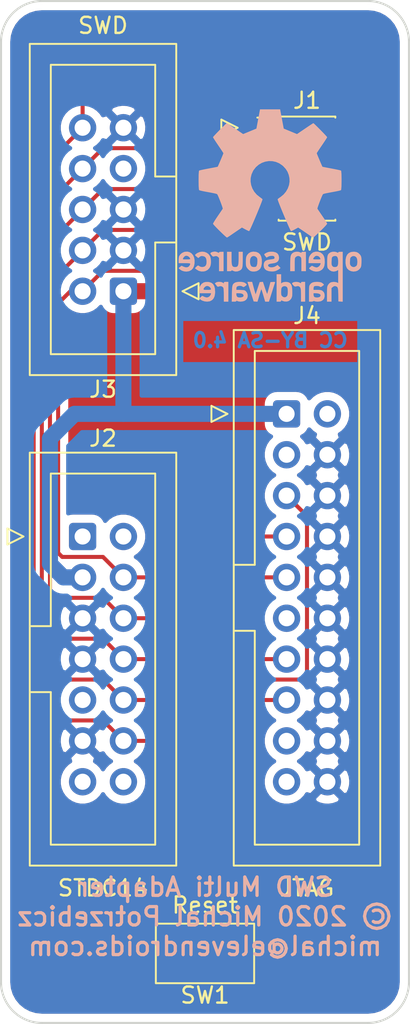
<source format=kicad_pcb>
(kicad_pcb (version 20171130) (host pcbnew 5.1.6)

  (general
    (thickness 1.6)
    (drawings 13)
    (tracks 102)
    (zones 0)
    (modules 6)
    (nets 20)
  )

  (page A4)
  (title_block
    (title "SWD Multi Adapter")
    (date 2020-07-27)
    (rev 1.0)
    (company "Michal Potrzebicz")
    (comment 1 https://creativecommons.org/licenses/by-sa/4.0/)
    (comment 2 "Attribution-ShareAlike 4.0 International License")
    (comment 3 "Released under the Creative Commons")
  )

  (layers
    (0 F.Cu signal)
    (31 B.Cu signal)
    (32 B.Adhes user)
    (33 F.Adhes user)
    (34 B.Paste user)
    (35 F.Paste user)
    (36 B.SilkS user)
    (37 F.SilkS user)
    (38 B.Mask user)
    (39 F.Mask user)
    (40 Dwgs.User user)
    (41 Cmts.User user)
    (42 Eco1.User user)
    (43 Eco2.User user)
    (44 Edge.Cuts user)
    (45 Margin user)
    (46 B.CrtYd user)
    (47 F.CrtYd user)
    (48 B.Fab user)
    (49 F.Fab user)
  )

  (setup
    (last_trace_width 0.254)
    (trace_clearance 0.1524)
    (zone_clearance 0.508)
    (zone_45_only no)
    (trace_min 0.1524)
    (via_size 0.6858)
    (via_drill 0.3302)
    (via_min_size 0.508)
    (via_min_drill 0.254)
    (uvia_size 0.508)
    (uvia_drill 0.254)
    (uvias_allowed no)
    (uvia_min_size 0.508)
    (uvia_min_drill 0.254)
    (edge_width 0.05)
    (segment_width 0.2)
    (pcb_text_width 0.3)
    (pcb_text_size 1.5 1.5)
    (mod_edge_width 0.12)
    (mod_text_size 1 1)
    (mod_text_width 0.15)
    (pad_size 1.524 1.524)
    (pad_drill 0.762)
    (pad_to_mask_clearance 0.0508)
    (aux_axis_origin 127 60.96)
    (grid_origin 127 60.96)
    (visible_elements FFFFFF7F)
    (pcbplotparams
      (layerselection 0x010f0_ffffffff)
      (usegerberextensions false)
      (usegerberattributes true)
      (usegerberadvancedattributes true)
      (creategerberjobfile true)
      (excludeedgelayer true)
      (linewidth 0.100000)
      (plotframeref false)
      (viasonmask false)
      (mode 1)
      (useauxorigin false)
      (hpglpennumber 1)
      (hpglpenspeed 20)
      (hpglpendiameter 15.000000)
      (psnegative false)
      (psa4output false)
      (plotreference true)
      (plotvalue true)
      (plotinvisibletext false)
      (padsonsilk false)
      (subtractmaskfromsilk false)
      (outputformat 1)
      (mirror false)
      (drillshape 0)
      (scaleselection 1)
      (outputdirectory ""))
  )

  (net 0 "")
  (net 1 "Net-(J1-Pad10)")
  (net 2 GND)
  (net 3 "Net-(J1-Pad8)")
  (net 4 "Net-(J1-Pad7)")
  (net 5 "Net-(J1-Pad6)")
  (net 6 "Net-(J1-Pad4)")
  (net 7 "Net-(J1-Pad2)")
  (net 8 VCC)
  (net 9 "Net-(J2-Pad14)")
  (net 10 "Net-(J2-Pad2)")
  (net 11 "Net-(J2-Pad13)")
  (net 12 "Net-(J2-Pad9)")
  (net 13 "Net-(J2-Pad1)")
  (net 14 "Net-(J3-Pad7)")
  (net 15 "Net-(J4-Pad2)")
  (net 16 "Net-(J4-Pad19)")
  (net 17 "Net-(J4-Pad17)")
  (net 18 "Net-(J4-Pad11)")
  (net 19 "Net-(J4-Pad3)")

  (net_class Default "This is the default net class."
    (clearance 0.1524)
    (trace_width 0.254)
    (via_dia 0.6858)
    (via_drill 0.3302)
    (uvia_dia 0.508)
    (uvia_drill 0.254)
    (add_net GND)
    (add_net "Net-(J1-Pad10)")
    (add_net "Net-(J1-Pad2)")
    (add_net "Net-(J1-Pad4)")
    (add_net "Net-(J1-Pad6)")
    (add_net "Net-(J1-Pad7)")
    (add_net "Net-(J1-Pad8)")
    (add_net "Net-(J2-Pad1)")
    (add_net "Net-(J2-Pad13)")
    (add_net "Net-(J2-Pad14)")
    (add_net "Net-(J2-Pad2)")
    (add_net "Net-(J2-Pad9)")
    (add_net "Net-(J3-Pad7)")
    (add_net "Net-(J4-Pad11)")
    (add_net "Net-(J4-Pad17)")
    (add_net "Net-(J4-Pad19)")
    (add_net "Net-(J4-Pad2)")
    (add_net "Net-(J4-Pad3)")
  )

  (net_class VCC ""
    (clearance 0.1524)
    (trace_width 1.016)
    (via_dia 0.6858)
    (via_drill 0.3302)
    (uvia_dia 0.508)
    (uvia_drill 0.254)
    (add_net VCC)
  )

  (module Symbol:OSHW-Logo_11.4x12mm_SilkScreen (layer B.Cu) (tedit 0) (tstamp 5F1F8902)
    (at 143.764 73.66 180)
    (descr "Open Source Hardware Logo")
    (tags "Logo OSHW")
    (attr virtual)
    (fp_text reference REF** (at 0 0) (layer B.SilkS) hide
      (effects (font (size 1 1) (thickness 0.15)) (justify mirror))
    )
    (fp_text value OSHW-Logo_11.4x12mm_SilkScreen (at 0.75 0) (layer B.Fab) hide
      (effects (font (size 1 1) (thickness 0.15)) (justify mirror))
    )
    (fp_poly (pts (xy -3.780091 -2.90956) (xy -3.727588 -2.935499) (xy -3.662842 -2.9807) (xy -3.615653 -3.029991)
      (xy -3.583335 -3.091885) (xy -3.563203 -3.174896) (xy -3.55257 -3.287538) (xy -3.548753 -3.438324)
      (xy -3.54853 -3.503149) (xy -3.549182 -3.645221) (xy -3.551888 -3.746757) (xy -3.557776 -3.817015)
      (xy -3.567973 -3.865256) (xy -3.583606 -3.900738) (xy -3.599872 -3.924943) (xy -3.703705 -4.027929)
      (xy -3.825979 -4.089874) (xy -3.957886 -4.108506) (xy -4.090616 -4.081549) (xy -4.132667 -4.062486)
      (xy -4.233334 -4.010015) (xy -4.233334 -4.832259) (xy -4.159865 -4.794267) (xy -4.063059 -4.764872)
      (xy -3.944072 -4.757342) (xy -3.825255 -4.771245) (xy -3.735527 -4.802476) (xy -3.661101 -4.861954)
      (xy -3.59751 -4.947066) (xy -3.592729 -4.955805) (xy -3.572563 -4.996966) (xy -3.557835 -5.038454)
      (xy -3.547697 -5.088713) (xy -3.541301 -5.156184) (xy -3.537799 -5.249309) (xy -3.536342 -5.376531)
      (xy -3.536079 -5.519701) (xy -3.536079 -5.976471) (xy -3.81 -5.976471) (xy -3.81 -5.134231)
      (xy -3.886617 -5.069763) (xy -3.966207 -5.018194) (xy -4.041578 -5.008818) (xy -4.117367 -5.032947)
      (xy -4.157759 -5.056574) (xy -4.187821 -5.090227) (xy -4.209203 -5.141087) (xy -4.22355 -5.216334)
      (xy -4.23251 -5.323146) (xy -4.23773 -5.468704) (xy -4.239569 -5.565588) (xy -4.245785 -5.96402)
      (xy -4.37652 -5.971547) (xy -4.507255 -5.979073) (xy -4.507255 -3.506582) (xy -4.233334 -3.506582)
      (xy -4.22635 -3.644423) (xy -4.202818 -3.740107) (xy -4.158865 -3.799641) (xy -4.090618 -3.829029)
      (xy -4.021667 -3.834902) (xy -3.943614 -3.828154) (xy -3.891811 -3.801594) (xy -3.859417 -3.766499)
      (xy -3.833916 -3.728752) (xy -3.818735 -3.6867) (xy -3.811981 -3.627779) (xy -3.811759 -3.539428)
      (xy -3.814032 -3.465448) (xy -3.819251 -3.354) (xy -3.827021 -3.280833) (xy -3.840105 -3.234422)
      (xy -3.861268 -3.203244) (xy -3.88124 -3.185223) (xy -3.964686 -3.145925) (xy -4.063449 -3.139579)
      (xy -4.120159 -3.153116) (xy -4.176308 -3.201233) (xy -4.213501 -3.294833) (xy -4.231528 -3.433254)
      (xy -4.233334 -3.506582) (xy -4.507255 -3.506582) (xy -4.507255 -2.888628) (xy -4.370295 -2.888628)
      (xy -4.288065 -2.891879) (xy -4.24564 -2.903426) (xy -4.233339 -2.925952) (xy -4.233334 -2.92662)
      (xy -4.227626 -2.948681) (xy -4.202453 -2.946176) (xy -4.152402 -2.921935) (xy -4.035781 -2.884851)
      (xy -3.904571 -2.880953) (xy -3.780091 -2.90956)) (layer B.SilkS) (width 0.01))
    (fp_poly (pts (xy -2.74128 -4.765922) (xy -2.62413 -4.79718) (xy -2.534949 -4.853837) (xy -2.472016 -4.928045)
      (xy -2.452452 -4.959716) (xy -2.438008 -4.992891) (xy -2.427911 -5.035329) (xy -2.421385 -5.094788)
      (xy -2.417658 -5.179029) (xy -2.415954 -5.29581) (xy -2.4155 -5.45289) (xy -2.415491 -5.494565)
      (xy -2.415491 -5.976471) (xy -2.53502 -5.976471) (xy -2.611261 -5.971131) (xy -2.667634 -5.957604)
      (xy -2.681758 -5.949262) (xy -2.72037 -5.934864) (xy -2.759808 -5.949262) (xy -2.824738 -5.967237)
      (xy -2.919055 -5.974472) (xy -3.023593 -5.971333) (xy -3.119189 -5.958186) (xy -3.175 -5.941318)
      (xy -3.283002 -5.871986) (xy -3.350497 -5.775772) (xy -3.380841 -5.647844) (xy -3.381123 -5.644559)
      (xy -3.37846 -5.587808) (xy -3.137647 -5.587808) (xy -3.116595 -5.652358) (xy -3.082303 -5.688686)
      (xy -3.013468 -5.716162) (xy -2.92261 -5.727129) (xy -2.829958 -5.721731) (xy -2.755744 -5.70011)
      (xy -2.734951 -5.686239) (xy -2.698619 -5.622143) (xy -2.689412 -5.549278) (xy -2.689412 -5.45353)
      (xy -2.827173 -5.45353) (xy -2.958047 -5.463605) (xy -3.057259 -5.492148) (xy -3.118977 -5.536639)
      (xy -3.137647 -5.587808) (xy -3.37846 -5.587808) (xy -3.374564 -5.50479) (xy -3.328466 -5.394282)
      (xy -3.2418 -5.310712) (xy -3.229821 -5.30311) (xy -3.178345 -5.278357) (xy -3.114632 -5.263368)
      (xy -3.025565 -5.256082) (xy -2.919755 -5.254407) (xy -2.689412 -5.254314) (xy -2.689412 -5.157755)
      (xy -2.699183 -5.082836) (xy -2.724116 -5.032644) (xy -2.727035 -5.029972) (xy -2.782519 -5.008015)
      (xy -2.866273 -4.999505) (xy -2.958833 -5.003687) (xy -3.04073 -5.019809) (xy -3.089327 -5.04399)
      (xy -3.115659 -5.063359) (xy -3.143465 -5.067057) (xy -3.181839 -5.051188) (xy -3.239875 -5.011855)
      (xy -3.326669 -4.945164) (xy -3.334635 -4.938916) (xy -3.330553 -4.9158) (xy -3.296499 -4.877352)
      (xy -3.24474 -4.834627) (xy -3.187545 -4.798679) (xy -3.169575 -4.790191) (xy -3.104028 -4.773252)
      (xy -3.00798 -4.76117) (xy -2.900671 -4.756323) (xy -2.895653 -4.756313) (xy -2.74128 -4.765922)) (layer B.SilkS) (width 0.01))
    (fp_poly (pts (xy -1.967236 -4.758921) (xy -1.92997 -4.770091) (xy -1.917957 -4.794633) (xy -1.917451 -4.805712)
      (xy -1.915296 -4.836572) (xy -1.900449 -4.841417) (xy -1.860343 -4.82026) (xy -1.83652 -4.805806)
      (xy -1.761362 -4.77485) (xy -1.671594 -4.759544) (xy -1.577471 -4.758367) (xy -1.489246 -4.769799)
      (xy -1.417174 -4.79232) (xy -1.371508 -4.824409) (xy -1.362502 -4.864545) (xy -1.367047 -4.875415)
      (xy -1.400179 -4.920534) (xy -1.451555 -4.976026) (xy -1.460848 -4.984996) (xy -1.509818 -5.026245)
      (xy -1.552069 -5.039572) (xy -1.611159 -5.030271) (xy -1.634831 -5.02409) (xy -1.708496 -5.009246)
      (xy -1.76029 -5.015921) (xy -1.804031 -5.039465) (xy -1.844098 -5.071061) (xy -1.873608 -5.110798)
      (xy -1.894116 -5.166252) (xy -1.907176 -5.245003) (xy -1.914344 -5.354629) (xy -1.917176 -5.502706)
      (xy -1.917451 -5.592111) (xy -1.917451 -5.976471) (xy -2.166471 -5.976471) (xy -2.166471 -4.756275)
      (xy -2.041961 -4.756275) (xy -1.967236 -4.758921)) (layer B.SilkS) (width 0.01))
    (fp_poly (pts (xy -0.398432 -5.976471) (xy -0.535393 -5.976471) (xy -0.614889 -5.97414) (xy -0.656292 -5.964488)
      (xy -0.671199 -5.943525) (xy -0.672353 -5.929351) (xy -0.674867 -5.900927) (xy -0.69072 -5.895475)
      (xy -0.732379 -5.912998) (xy -0.764776 -5.929351) (xy -0.889151 -5.968103) (xy -1.024354 -5.970346)
      (xy -1.134274 -5.941444) (xy -1.236634 -5.871619) (xy -1.31466 -5.768555) (xy -1.357386 -5.646989)
      (xy -1.358474 -5.640192) (xy -1.364822 -5.566032) (xy -1.367979 -5.45957) (xy -1.367725 -5.379052)
      (xy -1.095711 -5.379052) (xy -1.08941 -5.48607) (xy -1.075075 -5.574278) (xy -1.055669 -5.62409)
      (xy -0.982254 -5.692162) (xy -0.895086 -5.716564) (xy -0.805196 -5.696831) (xy -0.728383 -5.637968)
      (xy -0.699292 -5.598379) (xy -0.682283 -5.551138) (xy -0.674316 -5.482181) (xy -0.672353 -5.378607)
      (xy -0.675866 -5.276039) (xy -0.685143 -5.185921) (xy -0.698294 -5.125613) (xy -0.700486 -5.120208)
      (xy -0.753522 -5.05594) (xy -0.830933 -5.020656) (xy -0.917546 -5.014959) (xy -0.998193 -5.039453)
      (xy -1.057703 -5.094742) (xy -1.063876 -5.105743) (xy -1.083199 -5.172827) (xy -1.093726 -5.269284)
      (xy -1.095711 -5.379052) (xy -1.367725 -5.379052) (xy -1.367596 -5.338225) (xy -1.365806 -5.272918)
      (xy -1.353627 -5.111355) (xy -1.328315 -4.990053) (xy -1.286207 -4.900379) (xy -1.223641 -4.833699)
      (xy -1.1629 -4.794557) (xy -1.078036 -4.76704) (xy -0.972485 -4.757603) (xy -0.864402 -4.76529)
      (xy -0.771942 -4.789146) (xy -0.72309 -4.817685) (xy -0.672353 -4.863601) (xy -0.672353 -4.283137)
      (xy -0.398432 -4.283137) (xy -0.398432 -5.976471)) (layer B.SilkS) (width 0.01))
    (fp_poly (pts (xy 0.557528 -4.761332) (xy 0.656014 -4.768726) (xy 0.784776 -5.154706) (xy 0.913537 -5.540686)
      (xy 0.953911 -5.403726) (xy 0.978207 -5.319083) (xy 1.010167 -5.204697) (xy 1.044679 -5.078963)
      (xy 1.062928 -5.01152) (xy 1.131571 -4.756275) (xy 1.414773 -4.756275) (xy 1.330122 -5.023971)
      (xy 1.288435 -5.155638) (xy 1.238074 -5.314458) (xy 1.185481 -5.480128) (xy 1.13853 -5.627843)
      (xy 1.031589 -5.96402) (xy 0.800661 -5.979044) (xy 0.73805 -5.772316) (xy 0.699438 -5.643896)
      (xy 0.6573 -5.502322) (xy 0.620472 -5.377285) (xy 0.619018 -5.372309) (xy 0.591511 -5.287586)
      (xy 0.567242 -5.229778) (xy 0.550243 -5.207918) (xy 0.54675 -5.210446) (xy 0.53449 -5.244336)
      (xy 0.511195 -5.31693) (xy 0.4797 -5.419101) (xy 0.442842 -5.54172) (xy 0.422899 -5.609167)
      (xy 0.314895 -5.976471) (xy 0.085679 -5.976471) (xy -0.097561 -5.3975) (xy -0.149037 -5.235091)
      (xy -0.19593 -5.087602) (xy -0.236023 -4.96196) (xy -0.267103 -4.865095) (xy -0.286955 -4.803934)
      (xy -0.292989 -4.786065) (xy -0.288212 -4.767768) (xy -0.250703 -4.759755) (xy -0.172645 -4.760557)
      (xy -0.160426 -4.761163) (xy -0.015674 -4.768726) (xy 0.07913 -5.117353) (xy 0.113977 -5.244497)
      (xy 0.145117 -5.356265) (xy 0.169809 -5.442953) (xy 0.185312 -5.494856) (xy 0.188176 -5.503318)
      (xy 0.200046 -5.493587) (xy 0.223983 -5.443172) (xy 0.257239 -5.358935) (xy 0.297064 -5.247741)
      (xy 0.33073 -5.147297) (xy 0.459041 -4.753939) (xy 0.557528 -4.761332)) (layer B.SilkS) (width 0.01))
    (fp_poly (pts (xy 2.056459 -4.763669) (xy 2.16142 -4.789163) (xy 2.191761 -4.802669) (xy 2.250573 -4.838046)
      (xy 2.295709 -4.87789) (xy 2.329106 -4.92912) (xy 2.352701 -4.998654) (xy 2.368433 -5.093409)
      (xy 2.378239 -5.220305) (xy 2.384057 -5.386258) (xy 2.386266 -5.497108) (xy 2.394396 -5.976471)
      (xy 2.255531 -5.976471) (xy 2.171287 -5.972938) (xy 2.127884 -5.960866) (xy 2.116666 -5.940594)
      (xy 2.110744 -5.918674) (xy 2.084266 -5.922865) (xy 2.048186 -5.940441) (xy 1.957862 -5.967382)
      (xy 1.841777 -5.974642) (xy 1.71968 -5.962767) (xy 1.611321 -5.932305) (xy 1.601602 -5.928077)
      (xy 1.502568 -5.858505) (xy 1.437281 -5.761789) (xy 1.40724 -5.648738) (xy 1.409535 -5.608122)
      (xy 1.654633 -5.608122) (xy 1.676229 -5.662782) (xy 1.740259 -5.701952) (xy 1.843565 -5.722974)
      (xy 1.898774 -5.725766) (xy 1.990782 -5.71862) (xy 2.051941 -5.690848) (xy 2.066862 -5.677647)
      (xy 2.107287 -5.605829) (xy 2.116666 -5.540686) (xy 2.116666 -5.45353) (xy 1.995269 -5.45353)
      (xy 1.854153 -5.460722) (xy 1.755173 -5.483345) (xy 1.692633 -5.522964) (xy 1.678631 -5.540628)
      (xy 1.654633 -5.608122) (xy 1.409535 -5.608122) (xy 1.413941 -5.530157) (xy 1.45888 -5.416855)
      (xy 1.520196 -5.340285) (xy 1.557332 -5.307181) (xy 1.593687 -5.285425) (xy 1.64099 -5.272161)
      (xy 1.710973 -5.264528) (xy 1.815364 -5.25967) (xy 1.85677 -5.258273) (xy 2.116666 -5.24978)
      (xy 2.116285 -5.171116) (xy 2.106219 -5.088428) (xy 2.069829 -5.038431) (xy 1.996311 -5.006489)
      (xy 1.994339 -5.00592) (xy 1.890105 -4.993361) (xy 1.788108 -5.009766) (xy 1.712305 -5.049657)
      (xy 1.68189 -5.069354) (xy 1.649132 -5.066629) (xy 1.598721 -5.038091) (xy 1.569119 -5.01795)
      (xy 1.511218 -4.974919) (xy 1.475352 -4.942662) (xy 1.469597 -4.933427) (xy 1.493295 -4.885636)
      (xy 1.563313 -4.828562) (xy 1.593725 -4.809305) (xy 1.681155 -4.77614) (xy 1.798983 -4.75735)
      (xy 1.929866 -4.753129) (xy 2.056459 -4.763669)) (layer B.SilkS) (width 0.01))
    (fp_poly (pts (xy 3.238446 -4.755883) (xy 3.334177 -4.774755) (xy 3.388677 -4.802699) (xy 3.446008 -4.849123)
      (xy 3.364441 -4.952111) (xy 3.31415 -5.014479) (xy 3.280001 -5.044907) (xy 3.246063 -5.049555)
      (xy 3.196406 -5.034586) (xy 3.173096 -5.026117) (xy 3.078063 -5.013622) (xy 2.991032 -5.040406)
      (xy 2.927138 -5.100915) (xy 2.916759 -5.120208) (xy 2.905456 -5.171314) (xy 2.896732 -5.2655)
      (xy 2.890997 -5.396089) (xy 2.88866 -5.556405) (xy 2.888627 -5.579211) (xy 2.888627 -5.976471)
      (xy 2.614705 -5.976471) (xy 2.614705 -4.756275) (xy 2.751666 -4.756275) (xy 2.830638 -4.758337)
      (xy 2.871779 -4.767513) (xy 2.886992 -4.78829) (xy 2.888627 -4.807886) (xy 2.888627 -4.859497)
      (xy 2.95424 -4.807886) (xy 3.029475 -4.772675) (xy 3.130544 -4.755265) (xy 3.238446 -4.755883)) (layer B.SilkS) (width 0.01))
    (fp_poly (pts (xy 4.025307 -4.762784) (xy 4.144337 -4.793731) (xy 4.244021 -4.8576) (xy 4.292288 -4.905313)
      (xy 4.371408 -5.018106) (xy 4.416752 -5.14895) (xy 4.43233 -5.309792) (xy 4.43241 -5.322794)
      (xy 4.432549 -5.45353) (xy 3.680091 -5.45353) (xy 3.69613 -5.52201) (xy 3.725091 -5.584031)
      (xy 3.775778 -5.648654) (xy 3.786379 -5.658971) (xy 3.877494 -5.714805) (xy 3.9814 -5.724275)
      (xy 4.101 -5.68754) (xy 4.121274 -5.677647) (xy 4.183456 -5.647574) (xy 4.225106 -5.63044)
      (xy 4.232373 -5.628855) (xy 4.25774 -5.644242) (xy 4.30612 -5.681887) (xy 4.330679 -5.702459)
      (xy 4.38157 -5.749714) (xy 4.398281 -5.780917) (xy 4.386683 -5.80962) (xy 4.380483 -5.817468)
      (xy 4.338493 -5.851819) (xy 4.269206 -5.893565) (xy 4.220882 -5.917935) (xy 4.083711 -5.960873)
      (xy 3.931847 -5.974786) (xy 3.788024 -5.9583) (xy 3.747745 -5.946496) (xy 3.623078 -5.879689)
      (xy 3.530671 -5.776892) (xy 3.46999 -5.637105) (xy 3.440498 -5.45933) (xy 3.43726 -5.366373)
      (xy 3.446714 -5.231033) (xy 3.68549 -5.231033) (xy 3.708584 -5.241038) (xy 3.770662 -5.248888)
      (xy 3.860914 -5.253521) (xy 3.922058 -5.254314) (xy 4.03204 -5.253549) (xy 4.101457 -5.24997)
      (xy 4.139538 -5.241649) (xy 4.155515 -5.226657) (xy 4.158627 -5.204903) (xy 4.137278 -5.137892)
      (xy 4.083529 -5.071664) (xy 4.012822 -5.020832) (xy 3.942089 -5.000038) (xy 3.846016 -5.018484)
      (xy 3.762849 -5.071811) (xy 3.705186 -5.148677) (xy 3.68549 -5.231033) (xy 3.446714 -5.231033)
      (xy 3.451028 -5.169291) (xy 3.49352 -5.012271) (xy 3.565635 -4.894069) (xy 3.668273 -4.81344)
      (xy 3.802332 -4.769139) (xy 3.874957 -4.760607) (xy 4.025307 -4.762784)) (layer B.SilkS) (width 0.01))
    (fp_poly (pts (xy -5.026753 -2.901568) (xy -4.896478 -2.959163) (xy -4.797581 -3.055334) (xy -4.729918 -3.190229)
      (xy -4.693345 -3.363996) (xy -4.690724 -3.391126) (xy -4.68867 -3.582408) (xy -4.715301 -3.750073)
      (xy -4.768999 -3.885967) (xy -4.797753 -3.929681) (xy -4.897909 -4.022198) (xy -5.025463 -4.082119)
      (xy -5.168163 -4.106985) (xy -5.31376 -4.094339) (xy -5.424438 -4.055391) (xy -5.519616 -3.989755)
      (xy -5.597406 -3.903699) (xy -5.598751 -3.901685) (xy -5.630343 -3.84857) (xy -5.650873 -3.79516)
      (xy -5.663305 -3.727754) (xy -5.670603 -3.632653) (xy -5.673818 -3.554666) (xy -5.675156 -3.483944)
      (xy -5.426186 -3.483944) (xy -5.423753 -3.554348) (xy -5.41492 -3.648068) (xy -5.399336 -3.708214)
      (xy -5.371234 -3.751006) (xy -5.344914 -3.776002) (xy -5.251608 -3.828338) (xy -5.15398 -3.835333)
      (xy -5.063058 -3.797676) (xy -5.017598 -3.755479) (xy -4.984838 -3.712956) (xy -4.965677 -3.672267)
      (xy -4.957267 -3.619314) (xy -4.956763 -3.539997) (xy -4.959355 -3.46695) (xy -4.964929 -3.362601)
      (xy -4.973766 -3.29492) (xy -4.989693 -3.250774) (xy -5.016538 -3.217031) (xy -5.037811 -3.197746)
      (xy -5.126794 -3.147086) (xy -5.222789 -3.14456) (xy -5.303281 -3.174567) (xy -5.371947 -3.237231)
      (xy -5.412856 -3.340168) (xy -5.426186 -3.483944) (xy -5.675156 -3.483944) (xy -5.676754 -3.399582)
      (xy -5.67174 -3.2836) (xy -5.656717 -3.196367) (xy -5.629624 -3.12753) (xy -5.5884 -3.066737)
      (xy -5.573115 -3.048686) (xy -5.477546 -2.958746) (xy -5.375039 -2.906211) (xy -5.249679 -2.884201)
      (xy -5.18855 -2.882402) (xy -5.026753 -2.901568)) (layer B.SilkS) (width 0.01))
    (fp_poly (pts (xy -2.686796 -2.916354) (xy -2.661981 -2.928037) (xy -2.576094 -2.990951) (xy -2.494879 -3.082769)
      (xy -2.434236 -3.183868) (xy -2.416988 -3.230349) (xy -2.401251 -3.313376) (xy -2.391867 -3.413713)
      (xy -2.390728 -3.455147) (xy -2.390589 -3.585882) (xy -3.143047 -3.585882) (xy -3.127007 -3.654363)
      (xy -3.087637 -3.735355) (xy -3.018806 -3.805351) (xy -2.936919 -3.850441) (xy -2.884737 -3.859804)
      (xy -2.813971 -3.848441) (xy -2.72954 -3.819943) (xy -2.700858 -3.806831) (xy -2.594791 -3.753858)
      (xy -2.504272 -3.822901) (xy -2.452039 -3.869597) (xy -2.424247 -3.90814) (xy -2.42284 -3.919452)
      (xy -2.447668 -3.946868) (xy -2.502083 -3.988532) (xy -2.551472 -4.021037) (xy -2.684748 -4.079468)
      (xy -2.834161 -4.105915) (xy -2.982249 -4.099039) (xy -3.100295 -4.063096) (xy -3.221982 -3.986101)
      (xy -3.30846 -3.884728) (xy -3.362559 -3.75357) (xy -3.387109 -3.587224) (xy -3.389286 -3.511108)
      (xy -3.380573 -3.336685) (xy -3.379503 -3.331611) (xy -3.130173 -3.331611) (xy -3.123306 -3.347968)
      (xy -3.095083 -3.356988) (xy -3.036873 -3.360854) (xy -2.940042 -3.361749) (xy -2.902757 -3.361765)
      (xy -2.789317 -3.360413) (xy -2.717378 -3.355505) (xy -2.678687 -3.34576) (xy -2.664995 -3.329899)
      (xy -2.66451 -3.324805) (xy -2.680137 -3.284326) (xy -2.719247 -3.227621) (xy -2.736061 -3.207766)
      (xy -2.798481 -3.151611) (xy -2.863547 -3.129532) (xy -2.898603 -3.127686) (xy -2.993442 -3.150766)
      (xy -3.072973 -3.212759) (xy -3.123423 -3.302802) (xy -3.124317 -3.305735) (xy -3.130173 -3.331611)
      (xy -3.379503 -3.331611) (xy -3.351601 -3.199343) (xy -3.29941 -3.089461) (xy -3.235579 -3.011461)
      (xy -3.117567 -2.926882) (xy -2.978842 -2.881686) (xy -2.83129 -2.8776) (xy -2.686796 -2.916354)) (layer B.SilkS) (width 0.01))
    (fp_poly (pts (xy 0.027759 -2.884345) (xy 0.122059 -2.902229) (xy 0.21989 -2.939633) (xy 0.230343 -2.944402)
      (xy 0.304531 -2.983412) (xy 0.35591 -3.019664) (xy 0.372517 -3.042887) (xy 0.356702 -3.080761)
      (xy 0.318288 -3.136644) (xy 0.301237 -3.157505) (xy 0.230969 -3.239618) (xy 0.140379 -3.186168)
      (xy 0.054164 -3.150561) (xy -0.045451 -3.131529) (xy -0.140981 -3.130326) (xy -0.214939 -3.14821)
      (xy -0.232688 -3.159373) (xy -0.266488 -3.210553) (xy -0.270596 -3.269509) (xy -0.245304 -3.315567)
      (xy -0.230344 -3.324499) (xy -0.185514 -3.335592) (xy -0.106714 -3.34863) (xy -0.009574 -3.361088)
      (xy 0.008346 -3.363042) (xy 0.164365 -3.39003) (xy 0.277523 -3.435873) (xy 0.352569 -3.504803)
      (xy 0.394253 -3.601054) (xy 0.407238 -3.718617) (xy 0.389299 -3.852254) (xy 0.33105 -3.957195)
      (xy 0.232255 -4.03363) (xy 0.092682 -4.081748) (xy -0.062255 -4.100732) (xy -0.188602 -4.100504)
      (xy -0.291087 -4.083262) (xy -0.361079 -4.059457) (xy -0.449517 -4.017978) (xy -0.531246 -3.969842)
      (xy -0.560295 -3.948655) (xy -0.635 -3.887676) (xy -0.544902 -3.796508) (xy -0.454804 -3.705339)
      (xy -0.352368 -3.773128) (xy -0.249626 -3.824042) (xy -0.139913 -3.850673) (xy -0.034449 -3.853483)
      (xy 0.055546 -3.832935) (xy 0.118854 -3.789493) (xy 0.139296 -3.752838) (xy 0.136229 -3.694053)
      (xy 0.085434 -3.649099) (xy -0.012952 -3.618057) (xy -0.120744 -3.60371) (xy -0.286635 -3.576337)
      (xy -0.409876 -3.524693) (xy -0.492114 -3.447266) (xy -0.534999 -3.342544) (xy -0.54094 -3.218387)
      (xy -0.511594 -3.088702) (xy -0.444691 -2.990677) (xy -0.339629 -2.923866) (xy -0.19581 -2.88782)
      (xy -0.089262 -2.880754) (xy 0.027759 -2.884345)) (layer B.SilkS) (width 0.01))
    (fp_poly (pts (xy 1.209547 -2.903364) (xy 1.335502 -2.971959) (xy 1.434047 -3.080245) (xy 1.480478 -3.168315)
      (xy 1.500412 -3.246101) (xy 1.513328 -3.356993) (xy 1.518863 -3.484738) (xy 1.516654 -3.613084)
      (xy 1.506337 -3.725779) (xy 1.494286 -3.785969) (xy 1.453634 -3.868311) (xy 1.38323 -3.95577)
      (xy 1.298382 -4.032251) (xy 1.214397 -4.081655) (xy 1.212349 -4.082439) (xy 1.108134 -4.104027)
      (xy 0.984627 -4.104562) (xy 0.867261 -4.084908) (xy 0.821942 -4.069155) (xy 0.70522 -4.002966)
      (xy 0.621624 -3.916246) (xy 0.566701 -3.801438) (xy 0.535995 -3.650982) (xy 0.529047 -3.572173)
      (xy 0.529933 -3.473145) (xy 0.796862 -3.473145) (xy 0.805854 -3.617645) (xy 0.831736 -3.72776)
      (xy 0.872868 -3.798116) (xy 0.902172 -3.818235) (xy 0.977251 -3.832265) (xy 1.066494 -3.828111)
      (xy 1.14365 -3.807922) (xy 1.163883 -3.796815) (xy 1.217265 -3.732123) (xy 1.2525 -3.633119)
      (xy 1.267498 -3.512632) (xy 1.260172 -3.383494) (xy 1.243799 -3.305775) (xy 1.19679 -3.215771)
      (xy 1.122582 -3.159509) (xy 1.033209 -3.140057) (xy 0.940707 -3.160481) (xy 0.869653 -3.210437)
      (xy 0.832312 -3.251655) (xy 0.810518 -3.292281) (xy 0.80013 -3.347264) (xy 0.797006 -3.431549)
      (xy 0.796862 -3.473145) (xy 0.529933 -3.473145) (xy 0.53093 -3.361874) (xy 0.56518 -3.189423)
      (xy 0.631802 -3.054814) (xy 0.730799 -2.95804) (xy 0.862175 -2.899094) (xy 0.890385 -2.892259)
      (xy 1.059926 -2.876213) (xy 1.209547 -2.903364)) (layer B.SilkS) (width 0.01))
    (fp_poly (pts (xy 1.967254 -3.276245) (xy 1.969608 -3.458879) (xy 1.978207 -3.5976) (xy 1.99536 -3.698147)
      (xy 2.023374 -3.766254) (xy 2.064557 -3.807659) (xy 2.121217 -3.828097) (xy 2.191372 -3.833318)
      (xy 2.264848 -3.827468) (xy 2.320657 -3.806093) (xy 2.361109 -3.763458) (xy 2.388509 -3.693825)
      (xy 2.405167 -3.59146) (xy 2.413389 -3.450624) (xy 2.41549 -3.276245) (xy 2.41549 -2.888628)
      (xy 2.689411 -2.888628) (xy 2.689411 -4.083922) (xy 2.552451 -4.083922) (xy 2.469884 -4.080576)
      (xy 2.427368 -4.068826) (xy 2.41549 -4.04652) (xy 2.408336 -4.026654) (xy 2.379865 -4.030857)
      (xy 2.322476 -4.058971) (xy 2.190945 -4.102342) (xy 2.051438 -4.09927) (xy 1.917765 -4.052174)
      (xy 1.854108 -4.014971) (xy 1.805553 -3.974691) (xy 1.770081 -3.924291) (xy 1.745674 -3.856729)
      (xy 1.730313 -3.764965) (xy 1.721982 -3.641955) (xy 1.718662 -3.480659) (xy 1.718235 -3.355928)
      (xy 1.718235 -2.888628) (xy 1.967254 -2.888628) (xy 1.967254 -3.276245)) (layer B.SilkS) (width 0.01))
    (fp_poly (pts (xy 4.390976 -2.899056) (xy 4.535256 -2.960348) (xy 4.580699 -2.990185) (xy 4.638779 -3.036036)
      (xy 4.675238 -3.072089) (xy 4.681568 -3.083832) (xy 4.663693 -3.109889) (xy 4.61795 -3.154105)
      (xy 4.581328 -3.184965) (xy 4.481088 -3.26552) (xy 4.401935 -3.198918) (xy 4.340769 -3.155921)
      (xy 4.281129 -3.141079) (xy 4.212872 -3.144704) (xy 4.104482 -3.171652) (xy 4.029872 -3.227587)
      (xy 3.98453 -3.318014) (xy 3.963947 -3.448435) (xy 3.963942 -3.448517) (xy 3.965722 -3.59429)
      (xy 3.993387 -3.701245) (xy 4.048571 -3.774064) (xy 4.086192 -3.798723) (xy 4.186105 -3.829431)
      (xy 4.292822 -3.829449) (xy 4.385669 -3.799655) (xy 4.407647 -3.785098) (xy 4.462765 -3.747914)
      (xy 4.505859 -3.74182) (xy 4.552335 -3.769496) (xy 4.603716 -3.819205) (xy 4.685046 -3.903116)
      (xy 4.594749 -3.977546) (xy 4.455236 -4.061549) (xy 4.297912 -4.102947) (xy 4.133503 -4.09995)
      (xy 4.025531 -4.0725) (xy 3.899331 -4.00462) (xy 3.798401 -3.897831) (xy 3.752548 -3.822451)
      (xy 3.71541 -3.714297) (xy 3.696827 -3.577318) (xy 3.696684 -3.428864) (xy 3.714865 -3.286281)
      (xy 3.751255 -3.166918) (xy 3.756987 -3.15468) (xy 3.841865 -3.034655) (xy 3.956782 -2.947267)
      (xy 4.092659 -2.894329) (xy 4.240417 -2.877654) (xy 4.390976 -2.899056)) (layer B.SilkS) (width 0.01))
    (fp_poly (pts (xy 5.303287 -2.884355) (xy 5.367051 -2.899845) (xy 5.4893 -2.956569) (xy 5.593834 -3.043202)
      (xy 5.66618 -3.147074) (xy 5.676119 -3.170396) (xy 5.689754 -3.231484) (xy 5.699298 -3.321853)
      (xy 5.702549 -3.41319) (xy 5.702549 -3.585882) (xy 5.34147 -3.585882) (xy 5.192546 -3.586445)
      (xy 5.087632 -3.589864) (xy 5.020937 -3.598731) (xy 4.986666 -3.615641) (xy 4.979028 -3.643189)
      (xy 4.992229 -3.683968) (xy 5.015877 -3.731683) (xy 5.081843 -3.811314) (xy 5.173512 -3.850987)
      (xy 5.285555 -3.849695) (xy 5.412472 -3.806514) (xy 5.522158 -3.753224) (xy 5.613173 -3.825191)
      (xy 5.704188 -3.897157) (xy 5.618563 -3.976269) (xy 5.50425 -4.051017) (xy 5.363666 -4.096084)
      (xy 5.212449 -4.108696) (xy 5.066236 -4.086079) (xy 5.042647 -4.078405) (xy 4.914141 -4.011296)
      (xy 4.818551 -3.911247) (xy 4.753861 -3.775271) (xy 4.718057 -3.60038) (xy 4.71764 -3.596632)
      (xy 4.714434 -3.406032) (xy 4.727393 -3.338035) (xy 4.980392 -3.338035) (xy 5.003627 -3.348491)
      (xy 5.06671 -3.3565) (xy 5.159706 -3.361073) (xy 5.218638 -3.361765) (xy 5.328537 -3.361332)
      (xy 5.397252 -3.358578) (xy 5.433405 -3.351321) (xy 5.445615 -3.337376) (xy 5.442504 -3.314562)
      (xy 5.439894 -3.305735) (xy 5.395344 -3.2228) (xy 5.325279 -3.15596) (xy 5.263446 -3.126589)
      (xy 5.181301 -3.128362) (xy 5.098062 -3.16499) (xy 5.028238 -3.225634) (xy 4.986337 -3.299456)
      (xy 4.980392 -3.338035) (xy 4.727393 -3.338035) (xy 4.746385 -3.238395) (xy 4.809773 -3.097711)
      (xy 4.900878 -2.987974) (xy 5.015978 -2.913174) (xy 5.151355 -2.877304) (xy 5.303287 -2.884355)) (layer B.SilkS) (width 0.01))
    (fp_poly (pts (xy -1.49324 -2.909199) (xy -1.431264 -2.938802) (xy -1.371241 -2.981561) (xy -1.325514 -3.030775)
      (xy -1.292207 -3.093544) (xy -1.269445 -3.176971) (xy -1.255353 -3.288159) (xy -1.248058 -3.434209)
      (xy -1.245682 -3.622223) (xy -1.245645 -3.641912) (xy -1.245098 -4.083922) (xy -1.51902 -4.083922)
      (xy -1.51902 -3.676435) (xy -1.519215 -3.525471) (xy -1.520564 -3.416056) (xy -1.524212 -3.339933)
      (xy -1.531304 -3.288848) (xy -1.542987 -3.254545) (xy -1.560406 -3.228768) (xy -1.584671 -3.203298)
      (xy -1.669565 -3.148571) (xy -1.762239 -3.138416) (xy -1.850527 -3.173017) (xy -1.88123 -3.19877)
      (xy -1.903771 -3.222982) (xy -1.919954 -3.248912) (xy -1.930832 -3.284708) (xy -1.937458 -3.338519)
      (xy -1.940885 -3.418493) (xy -1.942166 -3.532779) (xy -1.942353 -3.671907) (xy -1.942353 -4.083922)
      (xy -2.216275 -4.083922) (xy -2.216275 -2.888628) (xy -2.079314 -2.888628) (xy -1.997084 -2.891879)
      (xy -1.95466 -2.903426) (xy -1.942359 -2.925952) (xy -1.942353 -2.92662) (xy -1.936646 -2.948681)
      (xy -1.911473 -2.946177) (xy -1.861422 -2.921937) (xy -1.747906 -2.886271) (xy -1.618055 -2.882305)
      (xy -1.49324 -2.909199)) (layer B.SilkS) (width 0.01))
    (fp_poly (pts (xy 3.563637 -2.887472) (xy 3.64929 -2.913641) (xy 3.704437 -2.946707) (xy 3.722401 -2.972855)
      (xy 3.717457 -3.003852) (xy 3.685372 -3.052547) (xy 3.658243 -3.087035) (xy 3.602317 -3.149383)
      (xy 3.560299 -3.175615) (xy 3.52448 -3.173903) (xy 3.418224 -3.146863) (xy 3.340189 -3.148091)
      (xy 3.27682 -3.178735) (xy 3.255546 -3.19667) (xy 3.187451 -3.259779) (xy 3.187451 -4.083922)
      (xy 2.913529 -4.083922) (xy 2.913529 -2.888628) (xy 3.05049 -2.888628) (xy 3.132719 -2.891879)
      (xy 3.175144 -2.903426) (xy 3.187445 -2.925952) (xy 3.187451 -2.92662) (xy 3.19326 -2.950215)
      (xy 3.219531 -2.947138) (xy 3.255931 -2.930115) (xy 3.331111 -2.898439) (xy 3.392158 -2.879381)
      (xy 3.470708 -2.874496) (xy 3.563637 -2.887472)) (layer B.SilkS) (width 0.01))
    (fp_poly (pts (xy 0.746535 5.366828) (xy 0.859117 4.769637) (xy 1.274531 4.59839) (xy 1.689944 4.427143)
      (xy 2.188302 4.766022) (xy 2.327868 4.860378) (xy 2.454028 4.944625) (xy 2.560895 5.014917)
      (xy 2.642582 5.067408) (xy 2.693201 5.098251) (xy 2.706986 5.104902) (xy 2.73182 5.087797)
      (xy 2.784888 5.040511) (xy 2.86024 4.969083) (xy 2.951929 4.879555) (xy 3.054007 4.777966)
      (xy 3.160526 4.670357) (xy 3.265536 4.562768) (xy 3.363091 4.46124) (xy 3.447242 4.371814)
      (xy 3.51204 4.300529) (xy 3.551538 4.253427) (xy 3.56098 4.237663) (xy 3.547391 4.208602)
      (xy 3.509293 4.144934) (xy 3.450694 4.052888) (xy 3.375597 3.938691) (xy 3.288009 3.808571)
      (xy 3.237254 3.734354) (xy 3.144745 3.598833) (xy 3.06254 3.476539) (xy 2.99463 3.37356)
      (xy 2.945 3.295982) (xy 2.91764 3.249894) (xy 2.913529 3.240208) (xy 2.922849 3.212681)
      (xy 2.948254 3.148527) (xy 2.985911 3.056765) (xy 3.031986 2.946416) (xy 3.082646 2.8265)
      (xy 3.134059 2.706036) (xy 3.182389 2.594046) (xy 3.223806 2.499548) (xy 3.254474 2.431563)
      (xy 3.270562 2.399112) (xy 3.271511 2.397835) (xy 3.296772 2.391638) (xy 3.364046 2.377815)
      (xy 3.46636 2.357723) (xy 3.596741 2.332721) (xy 3.748216 2.304169) (xy 3.836594 2.287704)
      (xy 3.998452 2.256886) (xy 4.144649 2.227561) (xy 4.267787 2.201334) (xy 4.360469 2.179809)
      (xy 4.415301 2.16459) (xy 4.426323 2.159762) (xy 4.437119 2.127081) (xy 4.445829 2.05327)
      (xy 4.45246 1.946963) (xy 4.457018 1.816788) (xy 4.459509 1.671379) (xy 4.459938 1.519365)
      (xy 4.458311 1.369378) (xy 4.454635 1.230049) (xy 4.448915 1.11001) (xy 4.441158 1.01789)
      (xy 4.431368 0.962323) (xy 4.425496 0.950755) (xy 4.390399 0.93689) (xy 4.316028 0.917067)
      (xy 4.212223 0.893616) (xy 4.088819 0.868864) (xy 4.045741 0.860857) (xy 3.838047 0.822814)
      (xy 3.673984 0.792176) (xy 3.54813 0.767726) (xy 3.455065 0.748246) (xy 3.389367 0.732519)
      (xy 3.345617 0.719327) (xy 3.318392 0.707451) (xy 3.302272 0.695675) (xy 3.300017 0.693347)
      (xy 3.277503 0.655855) (xy 3.243158 0.58289) (xy 3.200411 0.483388) (xy 3.152692 0.366282)
      (xy 3.10343 0.240507) (xy 3.056055 0.114998) (xy 3.013995 -0.00131) (xy 2.98068 -0.099484)
      (xy 2.959541 -0.170588) (xy 2.954005 -0.205687) (xy 2.954466 -0.206917) (xy 2.973223 -0.235606)
      (xy 3.015776 -0.29873) (xy 3.077653 -0.389718) (xy 3.154382 -0.502) (xy 3.241491 -0.629005)
      (xy 3.266299 -0.665098) (xy 3.354753 -0.795948) (xy 3.432588 -0.915336) (xy 3.495566 -1.016407)
      (xy 3.539445 -1.092304) (xy 3.559985 -1.136172) (xy 3.56098 -1.141562) (xy 3.543722 -1.169889)
      (xy 3.496036 -1.226006) (xy 3.42405 -1.303882) (xy 3.333897 -1.397485) (xy 3.231705 -1.500786)
      (xy 3.123606 -1.607751) (xy 3.015728 -1.712351) (xy 2.914204 -1.808554) (xy 2.825162 -1.890329)
      (xy 2.754733 -1.951645) (xy 2.709047 -1.986471) (xy 2.696409 -1.992157) (xy 2.666991 -1.978765)
      (xy 2.606761 -1.942644) (xy 2.52553 -1.889881) (xy 2.46303 -1.847412) (xy 2.349785 -1.769485)
      (xy 2.215674 -1.677729) (xy 2.081155 -1.58612) (xy 2.008833 -1.537091) (xy 1.764038 -1.371515)
      (xy 1.558551 -1.48262) (xy 1.464936 -1.531293) (xy 1.38533 -1.569126) (xy 1.331467 -1.590703)
      (xy 1.317757 -1.593706) (xy 1.30127 -1.571538) (xy 1.268745 -1.508894) (xy 1.222609 -1.411554)
      (xy 1.16529 -1.285294) (xy 1.099216 -1.135895) (xy 1.026815 -0.969133) (xy 0.950516 -0.790787)
      (xy 0.872746 -0.606636) (xy 0.795934 -0.422457) (xy 0.722506 -0.24403) (xy 0.654892 -0.077132)
      (xy 0.59552 0.072458) (xy 0.546816 0.198962) (xy 0.51121 0.296601) (xy 0.49113 0.359598)
      (xy 0.4879 0.381234) (xy 0.513496 0.408831) (xy 0.569539 0.45363) (xy 0.644311 0.506321)
      (xy 0.650587 0.51049) (xy 0.843845 0.665186) (xy 0.999674 0.845664) (xy 1.116724 1.046153)
      (xy 1.193645 1.260881) (xy 1.229086 1.484078) (xy 1.221697 1.709974) (xy 1.170127 1.932796)
      (xy 1.073026 2.146776) (xy 1.044458 2.193591) (xy 0.895868 2.382637) (xy 0.720327 2.534443)
      (xy 0.52391 2.648221) (xy 0.312693 2.72318) (xy 0.092753 2.758533) (xy -0.129837 2.753488)
      (xy -0.348999 2.707256) (xy -0.558658 2.619049) (xy -0.752739 2.488076) (xy -0.812774 2.434918)
      (xy -0.965565 2.268516) (xy -1.076903 2.093343) (xy -1.153277 1.896989) (xy -1.195813 1.702538)
      (xy -1.206314 1.483913) (xy -1.171299 1.264203) (xy -1.094327 1.050835) (xy -0.978953 0.851233)
      (xy -0.828734 0.672826) (xy -0.647227 0.523038) (xy -0.623373 0.507249) (xy -0.547799 0.455543)
      (xy -0.490349 0.410743) (xy -0.462883 0.382138) (xy -0.462483 0.381234) (xy -0.46838 0.350291)
      (xy -0.491755 0.280064) (xy -0.530179 0.17633) (xy -0.581223 0.044865) (xy -0.642458 -0.108552)
      (xy -0.711456 -0.278146) (xy -0.785786 -0.458138) (xy -0.863022 -0.642753) (xy -0.940732 -0.826213)
      (xy -1.016489 -1.002741) (xy -1.087863 -1.166559) (xy -1.152426 -1.311892) (xy -1.207748 -1.432962)
      (xy -1.2514 -1.523992) (xy -1.280954 -1.579205) (xy -1.292856 -1.593706) (xy -1.329223 -1.582414)
      (xy -1.39727 -1.55213) (xy -1.485263 -1.508265) (xy -1.533649 -1.48262) (xy -1.739137 -1.371515)
      (xy -1.983932 -1.537091) (xy -2.108894 -1.621915) (xy -2.245705 -1.715261) (xy -2.373911 -1.803153)
      (xy -2.438129 -1.847412) (xy -2.528449 -1.908063) (xy -2.604929 -1.956126) (xy -2.657593 -1.985515)
      (xy -2.674698 -1.991727) (xy -2.699595 -1.974968) (xy -2.754695 -1.928181) (xy -2.834657 -1.856225)
      (xy -2.934139 -1.763957) (xy -3.0478 -1.656235) (xy -3.119685 -1.587071) (xy -3.245449 -1.463502)
      (xy -3.354137 -1.352979) (xy -3.441355 -1.26023) (xy -3.502711 -1.189982) (xy -3.533809 -1.146965)
      (xy -3.536792 -1.138235) (xy -3.522947 -1.105029) (xy -3.484688 -1.037887) (xy -3.426258 -0.943608)
      (xy -3.351903 -0.82899) (xy -3.265865 -0.700828) (xy -3.241397 -0.665098) (xy -3.152245 -0.535234)
      (xy -3.072262 -0.418314) (xy -3.00592 -0.320907) (xy -2.957689 -0.249584) (xy -2.932043 -0.210915)
      (xy -2.929565 -0.206917) (xy -2.933271 -0.1761) (xy -2.952939 -0.108344) (xy -2.98514 -0.012584)
      (xy -3.026445 0.102246) (xy -3.073425 0.227211) (xy -3.122651 0.353376) (xy -3.170692 0.471807)
      (xy -3.214119 0.57357) (xy -3.249504 0.649729) (xy -3.273416 0.691351) (xy -3.275116 0.693347)
      (xy -3.289738 0.705242) (xy -3.314435 0.717005) (xy -3.354628 0.729854) (xy -3.415737 0.745006)
      (xy -3.503183 0.763679) (xy -3.622388 0.78709) (xy -3.778773 0.816458) (xy -3.977757 0.853)
      (xy -4.02084 0.860857) (xy -4.148529 0.885528) (xy -4.259847 0.909662) (xy -4.344955 0.930931)
      (xy -4.394017 0.947007) (xy -4.400595 0.950755) (xy -4.411436 0.983982) (xy -4.420247 1.058234)
      (xy -4.427024 1.164879) (xy -4.43176 1.295288) (xy -4.43445 1.440828) (xy -4.435087 1.592869)
      (xy -4.433666 1.742779) (xy -4.43018 1.881927) (xy -4.424624 2.001683) (xy -4.416992 2.093414)
      (xy -4.407278 2.148489) (xy -4.401422 2.159762) (xy -4.36882 2.171132) (xy -4.294582 2.189631)
      (xy -4.186104 2.213653) (xy -4.050783 2.241593) (xy -3.896015 2.271847) (xy -3.811692 2.287704)
      (xy -3.651704 2.317611) (xy -3.509033 2.344705) (xy -3.390652 2.367624) (xy -3.303535 2.385012)
      (xy -3.254655 2.395508) (xy -3.24661 2.397835) (xy -3.233013 2.424069) (xy -3.204271 2.48726)
      (xy -3.164215 2.578378) (xy -3.116676 2.688398) (xy -3.065485 2.80829) (xy -3.014474 2.929028)
      (xy -2.967474 3.041584) (xy -2.928316 3.136929) (xy -2.900831 3.206038) (xy -2.888851 3.239881)
      (xy -2.888628 3.24136) (xy -2.902209 3.268058) (xy -2.940285 3.329495) (xy -2.998853 3.419566)
      (xy -3.073912 3.532165) (xy -3.16146 3.661185) (xy -3.212353 3.735294) (xy -3.305091 3.871178)
      (xy -3.387459 3.994546) (xy -3.455439 4.099158) (xy -3.505012 4.178772) (xy -3.532158 4.227148)
      (xy -3.536079 4.237993) (xy -3.519225 4.263235) (xy -3.472632 4.317131) (xy -3.402251 4.393642)
      (xy -3.314035 4.486732) (xy -3.213935 4.59036) (xy -3.107902 4.698491) (xy -3.001889 4.805085)
      (xy -2.901848 4.904105) (xy -2.81373 4.989513) (xy -2.743487 5.05527) (xy -2.697072 5.095339)
      (xy -2.681544 5.104902) (xy -2.656261 5.091455) (xy -2.595789 5.05368) (xy -2.506008 4.99542)
      (xy -2.392797 4.920521) (xy -2.262036 4.83283) (xy -2.1634 4.766022) (xy -1.665043 4.427143)
      (xy -1.249629 4.59839) (xy -0.834216 4.769637) (xy -0.721634 5.366828) (xy -0.609051 5.96402)
      (xy 0.633952 5.96402) (xy 0.746535 5.366828)) (layer B.SilkS) (width 0.01))
  )

  (module Connector_IDC:IDC-Header_2x10_P2.54mm_Vertical (layer F.Cu) (tedit 5EAC9A07) (tstamp 5F1F8A45)
    (at 144.78 86.614)
    (descr "Through hole IDC box header, 2x10, 2.54mm pitch, DIN 41651 / IEC 60603-13, double rows, https://docs.google.com/spreadsheets/d/16SsEcesNF15N3Lb4niX7dcUr-NY5_MFPQhobNuNppn4/edit#gid=0")
    (tags "Through hole vertical IDC box header THT 2x10 2.54mm double row")
    (path /5F42A6E7)
    (fp_text reference J4 (at 1.27 -6.1) (layer F.SilkS)
      (effects (font (size 1 1) (thickness 0.15)))
    )
    (fp_text value JTAG (at 1.27 29.464) (layer F.SilkS)
      (effects (font (size 1 1) (thickness 0.15)))
    )
    (fp_line (start 6.22 -5.6) (end -3.68 -5.6) (layer F.CrtYd) (width 0.05))
    (fp_line (start 6.22 28.46) (end 6.22 -5.6) (layer F.CrtYd) (width 0.05))
    (fp_line (start -3.68 28.46) (end 6.22 28.46) (layer F.CrtYd) (width 0.05))
    (fp_line (start -3.68 -5.6) (end -3.68 28.46) (layer F.CrtYd) (width 0.05))
    (fp_line (start -4.68 0.5) (end -3.68 0) (layer F.SilkS) (width 0.12))
    (fp_line (start -4.68 -0.5) (end -4.68 0.5) (layer F.SilkS) (width 0.12))
    (fp_line (start -3.68 0) (end -4.68 -0.5) (layer F.SilkS) (width 0.12))
    (fp_line (start -1.98 13.48) (end -3.29 13.48) (layer F.SilkS) (width 0.12))
    (fp_line (start -1.98 13.48) (end -1.98 13.48) (layer F.SilkS) (width 0.12))
    (fp_line (start -1.98 26.77) (end -1.98 13.48) (layer F.SilkS) (width 0.12))
    (fp_line (start 4.52 26.77) (end -1.98 26.77) (layer F.SilkS) (width 0.12))
    (fp_line (start 4.52 -3.91) (end 4.52 26.77) (layer F.SilkS) (width 0.12))
    (fp_line (start -1.98 -3.91) (end 4.52 -3.91) (layer F.SilkS) (width 0.12))
    (fp_line (start -1.98 9.38) (end -1.98 -3.91) (layer F.SilkS) (width 0.12))
    (fp_line (start -3.29 9.38) (end -1.98 9.38) (layer F.SilkS) (width 0.12))
    (fp_line (start -3.29 28.07) (end -3.29 -5.21) (layer F.SilkS) (width 0.12))
    (fp_line (start 5.83 28.07) (end -3.29 28.07) (layer F.SilkS) (width 0.12))
    (fp_line (start 5.83 -5.21) (end 5.83 28.07) (layer F.SilkS) (width 0.12))
    (fp_line (start -3.29 -5.21) (end 5.83 -5.21) (layer F.SilkS) (width 0.12))
    (fp_line (start -1.98 13.48) (end -3.18 13.48) (layer F.Fab) (width 0.1))
    (fp_line (start -1.98 13.48) (end -1.98 13.48) (layer F.Fab) (width 0.1))
    (fp_line (start -1.98 26.77) (end -1.98 13.48) (layer F.Fab) (width 0.1))
    (fp_line (start 4.52 26.77) (end -1.98 26.77) (layer F.Fab) (width 0.1))
    (fp_line (start 4.52 -3.91) (end 4.52 26.77) (layer F.Fab) (width 0.1))
    (fp_line (start -1.98 -3.91) (end 4.52 -3.91) (layer F.Fab) (width 0.1))
    (fp_line (start -1.98 9.38) (end -1.98 -3.91) (layer F.Fab) (width 0.1))
    (fp_line (start -3.18 9.38) (end -1.98 9.38) (layer F.Fab) (width 0.1))
    (fp_line (start -3.18 27.96) (end -3.18 -4.1) (layer F.Fab) (width 0.1))
    (fp_line (start 5.72 27.96) (end -3.18 27.96) (layer F.Fab) (width 0.1))
    (fp_line (start 5.72 -5.1) (end 5.72 27.96) (layer F.Fab) (width 0.1))
    (fp_line (start -2.18 -5.1) (end 5.72 -5.1) (layer F.Fab) (width 0.1))
    (fp_line (start -3.18 -4.1) (end -2.18 -5.1) (layer F.Fab) (width 0.1))
    (fp_text user %R (at 1.27 11.43 90) (layer F.Fab)
      (effects (font (size 1 1) (thickness 0.15)))
    )
    (pad 1 thru_hole roundrect (at 0 0) (size 1.7 1.7) (drill 1) (layers *.Cu *.Mask) (roundrect_rratio 0.147059)
      (net 8 VCC))
    (pad 3 thru_hole circle (at 0 2.54) (size 1.7 1.7) (drill 1) (layers *.Cu *.Mask)
      (net 19 "Net-(J4-Pad3)"))
    (pad 5 thru_hole circle (at 0 5.08) (size 1.7 1.7) (drill 1) (layers *.Cu *.Mask)
      (net 3 "Net-(J1-Pad8)"))
    (pad 7 thru_hole circle (at 0 7.62) (size 1.7 1.7) (drill 1) (layers *.Cu *.Mask)
      (net 7 "Net-(J1-Pad2)"))
    (pad 9 thru_hole circle (at 0 10.16) (size 1.7 1.7) (drill 1) (layers *.Cu *.Mask)
      (net 6 "Net-(J1-Pad4)"))
    (pad 11 thru_hole circle (at 0 12.7) (size 1.7 1.7) (drill 1) (layers *.Cu *.Mask)
      (net 18 "Net-(J4-Pad11)"))
    (pad 13 thru_hole circle (at 0 15.24) (size 1.7 1.7) (drill 1) (layers *.Cu *.Mask)
      (net 5 "Net-(J1-Pad6)"))
    (pad 15 thru_hole circle (at 0 17.78) (size 1.7 1.7) (drill 1) (layers *.Cu *.Mask)
      (net 1 "Net-(J1-Pad10)"))
    (pad 17 thru_hole circle (at 0 20.32) (size 1.7 1.7) (drill 1) (layers *.Cu *.Mask)
      (net 17 "Net-(J4-Pad17)"))
    (pad 19 thru_hole circle (at 0 22.86) (size 1.7 1.7) (drill 1) (layers *.Cu *.Mask)
      (net 16 "Net-(J4-Pad19)"))
    (pad 2 thru_hole circle (at 2.54 0) (size 1.7 1.7) (drill 1) (layers *.Cu *.Mask)
      (net 15 "Net-(J4-Pad2)"))
    (pad 4 thru_hole circle (at 2.54 2.54) (size 1.7 1.7) (drill 1) (layers *.Cu *.Mask)
      (net 2 GND))
    (pad 6 thru_hole circle (at 2.54 5.08) (size 1.7 1.7) (drill 1) (layers *.Cu *.Mask)
      (net 2 GND))
    (pad 8 thru_hole circle (at 2.54 7.62) (size 1.7 1.7) (drill 1) (layers *.Cu *.Mask)
      (net 2 GND))
    (pad 10 thru_hole circle (at 2.54 10.16) (size 1.7 1.7) (drill 1) (layers *.Cu *.Mask)
      (net 2 GND))
    (pad 12 thru_hole circle (at 2.54 12.7) (size 1.7 1.7) (drill 1) (layers *.Cu *.Mask)
      (net 2 GND))
    (pad 14 thru_hole circle (at 2.54 15.24) (size 1.7 1.7) (drill 1) (layers *.Cu *.Mask)
      (net 2 GND))
    (pad 16 thru_hole circle (at 2.54 17.78) (size 1.7 1.7) (drill 1) (layers *.Cu *.Mask)
      (net 2 GND))
    (pad 18 thru_hole circle (at 2.54 20.32) (size 1.7 1.7) (drill 1) (layers *.Cu *.Mask)
      (net 2 GND))
    (pad 20 thru_hole circle (at 2.54 22.86) (size 1.7 1.7) (drill 1) (layers *.Cu *.Mask)
      (net 2 GND))
    (model ${KISYS3DMOD}/Connector_IDC.3dshapes/IDC-Header_2x10_P2.54mm_Vertical.wrl
      (at (xyz 0 0 0))
      (scale (xyz 1 1 1))
      (rotate (xyz 0 0 0))
    )
  )

  (module Button_Switch_SMD:SW_SPST_CK_RS282G05A3 (layer F.Cu) (tedit 5A7A67D2) (tstamp 5F1F8ACF)
    (at 139.7 120.142 180)
    (descr https://www.mouser.com/ds/2/60/RS-282G05A-SM_RT-1159762.pdf)
    (tags "SPST button tactile switch")
    (path /5F44969C)
    (attr smd)
    (fp_text reference SW1 (at 0 -2.6) (layer F.SilkS)
      (effects (font (size 1 1) (thickness 0.15)))
    )
    (fp_text value Reset (at 0 3) (layer F.SilkS)
      (effects (font (size 1 1) (thickness 0.15)))
    )
    (fp_line (start 3 -1.8) (end 3 1.8) (layer F.Fab) (width 0.1))
    (fp_line (start -3 -1.8) (end -3 1.8) (layer F.Fab) (width 0.1))
    (fp_line (start -3 -1.8) (end 3 -1.8) (layer F.Fab) (width 0.1))
    (fp_line (start -3 1.8) (end 3 1.8) (layer F.Fab) (width 0.1))
    (fp_line (start -1.5 -0.8) (end -1.5 0.8) (layer F.Fab) (width 0.1))
    (fp_line (start 1.5 -0.8) (end 1.5 0.8) (layer F.Fab) (width 0.1))
    (fp_line (start -1.5 -0.8) (end 1.5 -0.8) (layer F.Fab) (width 0.1))
    (fp_line (start -1.5 0.8) (end 1.5 0.8) (layer F.Fab) (width 0.1))
    (fp_line (start -3.06 1.85) (end -3.06 -1.85) (layer F.SilkS) (width 0.12))
    (fp_line (start 3.06 1.85) (end -3.06 1.85) (layer F.SilkS) (width 0.12))
    (fp_line (start 3.06 -1.85) (end 3.06 1.85) (layer F.SilkS) (width 0.12))
    (fp_line (start -3.06 -1.85) (end 3.06 -1.85) (layer F.SilkS) (width 0.12))
    (fp_line (start -1.75 1) (end -1.75 -1) (layer F.Fab) (width 0.1))
    (fp_line (start 1.75 1) (end -1.75 1) (layer F.Fab) (width 0.1))
    (fp_line (start 1.75 -1) (end 1.75 1) (layer F.Fab) (width 0.1))
    (fp_line (start -1.75 -1) (end 1.75 -1) (layer F.Fab) (width 0.1))
    (fp_line (start -4.9 -2.05) (end 4.9 -2.05) (layer F.CrtYd) (width 0.05))
    (fp_line (start 4.9 -2.05) (end 4.9 2.05) (layer F.CrtYd) (width 0.05))
    (fp_line (start 4.9 2.05) (end -4.9 2.05) (layer F.CrtYd) (width 0.05))
    (fp_line (start -4.9 2.05) (end -4.9 -2.05) (layer F.CrtYd) (width 0.05))
    (fp_text user %R (at 0 -2.6) (layer F.Fab)
      (effects (font (size 1 1) (thickness 0.15)))
    )
    (pad 1 smd rect (at -3.9 0 180) (size 1.5 1.5) (layers F.Cu F.Paste F.Mask)
      (net 2 GND))
    (pad 2 smd rect (at 3.9 0 180) (size 1.5 1.5) (layers F.Cu F.Paste F.Mask)
      (net 1 "Net-(J1-Pad10)"))
    (model ${KISYS3DMOD}/Button_Switch_SMD.3dshapes/SW_SPST_CK_RS282G05A3.wrl
      (at (xyz 0 0 0))
      (scale (xyz 1 1 1))
      (rotate (xyz 0 0 0))
    )
  )

  (module Connector_IDC:IDC-Header_2x05_P2.54mm_Vertical (layer F.Cu) (tedit 5EAC9A07) (tstamp 5F1F8B31)
    (at 134.62 78.994 180)
    (descr "Through hole IDC box header, 2x05, 2.54mm pitch, DIN 41651 / IEC 60603-13, double rows, https://docs.google.com/spreadsheets/d/16SsEcesNF15N3Lb4niX7dcUr-NY5_MFPQhobNuNppn4/edit#gid=0")
    (tags "Through hole vertical IDC box header THT 2x05 2.54mm double row")
    (path /5F4195BD)
    (fp_text reference J3 (at 1.27 -6.1) (layer F.SilkS)
      (effects (font (size 1 1) (thickness 0.15)))
    )
    (fp_text value SWD (at 1.27 16.51) (layer F.SilkS)
      (effects (font (size 1 1) (thickness 0.15)))
    )
    (fp_line (start 6.22 -5.6) (end -3.68 -5.6) (layer F.CrtYd) (width 0.05))
    (fp_line (start 6.22 15.76) (end 6.22 -5.6) (layer F.CrtYd) (width 0.05))
    (fp_line (start -3.68 15.76) (end 6.22 15.76) (layer F.CrtYd) (width 0.05))
    (fp_line (start -3.68 -5.6) (end -3.68 15.76) (layer F.CrtYd) (width 0.05))
    (fp_line (start -4.68 0.5) (end -3.68 0) (layer F.SilkS) (width 0.12))
    (fp_line (start -4.68 -0.5) (end -4.68 0.5) (layer F.SilkS) (width 0.12))
    (fp_line (start -3.68 0) (end -4.68 -0.5) (layer F.SilkS) (width 0.12))
    (fp_line (start -1.98 7.13) (end -3.29 7.13) (layer F.SilkS) (width 0.12))
    (fp_line (start -1.98 7.13) (end -1.98 7.13) (layer F.SilkS) (width 0.12))
    (fp_line (start -1.98 14.07) (end -1.98 7.13) (layer F.SilkS) (width 0.12))
    (fp_line (start 4.52 14.07) (end -1.98 14.07) (layer F.SilkS) (width 0.12))
    (fp_line (start 4.52 -3.91) (end 4.52 14.07) (layer F.SilkS) (width 0.12))
    (fp_line (start -1.98 -3.91) (end 4.52 -3.91) (layer F.SilkS) (width 0.12))
    (fp_line (start -1.98 3.03) (end -1.98 -3.91) (layer F.SilkS) (width 0.12))
    (fp_line (start -3.29 3.03) (end -1.98 3.03) (layer F.SilkS) (width 0.12))
    (fp_line (start -3.29 15.37) (end -3.29 -5.21) (layer F.SilkS) (width 0.12))
    (fp_line (start 5.83 15.37) (end -3.29 15.37) (layer F.SilkS) (width 0.12))
    (fp_line (start 5.83 -5.21) (end 5.83 15.37) (layer F.SilkS) (width 0.12))
    (fp_line (start -3.29 -5.21) (end 5.83 -5.21) (layer F.SilkS) (width 0.12))
    (fp_line (start -1.98 7.13) (end -3.18 7.13) (layer F.Fab) (width 0.1))
    (fp_line (start -1.98 7.13) (end -1.98 7.13) (layer F.Fab) (width 0.1))
    (fp_line (start -1.98 14.07) (end -1.98 7.13) (layer F.Fab) (width 0.1))
    (fp_line (start 4.52 14.07) (end -1.98 14.07) (layer F.Fab) (width 0.1))
    (fp_line (start 4.52 -3.91) (end 4.52 14.07) (layer F.Fab) (width 0.1))
    (fp_line (start -1.98 -3.91) (end 4.52 -3.91) (layer F.Fab) (width 0.1))
    (fp_line (start -1.98 3.03) (end -1.98 -3.91) (layer F.Fab) (width 0.1))
    (fp_line (start -3.18 3.03) (end -1.98 3.03) (layer F.Fab) (width 0.1))
    (fp_line (start -3.18 15.26) (end -3.18 -4.1) (layer F.Fab) (width 0.1))
    (fp_line (start 5.72 15.26) (end -3.18 15.26) (layer F.Fab) (width 0.1))
    (fp_line (start 5.72 -5.1) (end 5.72 15.26) (layer F.Fab) (width 0.1))
    (fp_line (start -2.18 -5.1) (end 5.72 -5.1) (layer F.Fab) (width 0.1))
    (fp_line (start -3.18 -4.1) (end -2.18 -5.1) (layer F.Fab) (width 0.1))
    (fp_text user %R (at 1.27 5.08 90) (layer F.Fab)
      (effects (font (size 1 1) (thickness 0.15)))
    )
    (pad 1 thru_hole roundrect (at 0 0 180) (size 1.7 1.7) (drill 1) (layers *.Cu *.Mask) (roundrect_rratio 0.147059)
      (net 8 VCC))
    (pad 3 thru_hole circle (at 0 2.54 180) (size 1.7 1.7) (drill 1) (layers *.Cu *.Mask)
      (net 2 GND))
    (pad 5 thru_hole circle (at 0 5.08 180) (size 1.7 1.7) (drill 1) (layers *.Cu *.Mask)
      (net 2 GND))
    (pad 7 thru_hole circle (at 0 7.62 180) (size 1.7 1.7) (drill 1) (layers *.Cu *.Mask)
      (net 14 "Net-(J3-Pad7)"))
    (pad 9 thru_hole circle (at 0 10.16 180) (size 1.7 1.7) (drill 1) (layers *.Cu *.Mask)
      (net 2 GND))
    (pad 2 thru_hole circle (at 2.54 0 180) (size 1.7 1.7) (drill 1) (layers *.Cu *.Mask)
      (net 7 "Net-(J1-Pad2)"))
    (pad 4 thru_hole circle (at 2.54 2.54 180) (size 1.7 1.7) (drill 1) (layers *.Cu *.Mask)
      (net 6 "Net-(J1-Pad4)"))
    (pad 6 thru_hole circle (at 2.54 5.08 180) (size 1.7 1.7) (drill 1) (layers *.Cu *.Mask)
      (net 5 "Net-(J1-Pad6)"))
    (pad 8 thru_hole circle (at 2.54 7.62 180) (size 1.7 1.7) (drill 1) (layers *.Cu *.Mask)
      (net 3 "Net-(J1-Pad8)"))
    (pad 10 thru_hole circle (at 2.54 10.16 180) (size 1.7 1.7) (drill 1) (layers *.Cu *.Mask)
      (net 1 "Net-(J1-Pad10)"))
    (model ${KISYS3DMOD}/Connector_IDC.3dshapes/IDC-Header_2x05_P2.54mm_Vertical.wrl
      (at (xyz 0 0 0))
      (scale (xyz 1 1 1))
      (rotate (xyz 0 0 0))
    )
  )

  (module Connector_IDC:IDC-Header_2x07_P2.54mm_Vertical (layer F.Cu) (tedit 5EAC9A07) (tstamp 5F1F7BC9)
    (at 132.08 94.234)
    (descr "Through hole IDC box header, 2x07, 2.54mm pitch, DIN 41651 / IEC 60603-13, double rows, https://docs.google.com/spreadsheets/d/16SsEcesNF15N3Lb4niX7dcUr-NY5_MFPQhobNuNppn4/edit#gid=0")
    (tags "Through hole vertical IDC box header THT 2x07 2.54mm double row")
    (path /5F41EBDB)
    (fp_text reference J2 (at 1.27 -6.1) (layer F.SilkS)
      (effects (font (size 1 1) (thickness 0.15)))
    )
    (fp_text value STDC14 (at 1.27 21.844) (layer F.SilkS)
      (effects (font (size 1 1) (thickness 0.15)))
    )
    (fp_line (start -3.18 -4.1) (end -2.18 -5.1) (layer F.Fab) (width 0.1))
    (fp_line (start -2.18 -5.1) (end 5.72 -5.1) (layer F.Fab) (width 0.1))
    (fp_line (start 5.72 -5.1) (end 5.72 20.34) (layer F.Fab) (width 0.1))
    (fp_line (start 5.72 20.34) (end -3.18 20.34) (layer F.Fab) (width 0.1))
    (fp_line (start -3.18 20.34) (end -3.18 -4.1) (layer F.Fab) (width 0.1))
    (fp_line (start -3.18 5.57) (end -1.98 5.57) (layer F.Fab) (width 0.1))
    (fp_line (start -1.98 5.57) (end -1.98 -3.91) (layer F.Fab) (width 0.1))
    (fp_line (start -1.98 -3.91) (end 4.52 -3.91) (layer F.Fab) (width 0.1))
    (fp_line (start 4.52 -3.91) (end 4.52 19.15) (layer F.Fab) (width 0.1))
    (fp_line (start 4.52 19.15) (end -1.98 19.15) (layer F.Fab) (width 0.1))
    (fp_line (start -1.98 19.15) (end -1.98 9.67) (layer F.Fab) (width 0.1))
    (fp_line (start -1.98 9.67) (end -1.98 9.67) (layer F.Fab) (width 0.1))
    (fp_line (start -1.98 9.67) (end -3.18 9.67) (layer F.Fab) (width 0.1))
    (fp_line (start -3.29 -5.21) (end 5.83 -5.21) (layer F.SilkS) (width 0.12))
    (fp_line (start 5.83 -5.21) (end 5.83 20.45) (layer F.SilkS) (width 0.12))
    (fp_line (start 5.83 20.45) (end -3.29 20.45) (layer F.SilkS) (width 0.12))
    (fp_line (start -3.29 20.45) (end -3.29 -5.21) (layer F.SilkS) (width 0.12))
    (fp_line (start -3.29 5.57) (end -1.98 5.57) (layer F.SilkS) (width 0.12))
    (fp_line (start -1.98 5.57) (end -1.98 -3.91) (layer F.SilkS) (width 0.12))
    (fp_line (start -1.98 -3.91) (end 4.52 -3.91) (layer F.SilkS) (width 0.12))
    (fp_line (start 4.52 -3.91) (end 4.52 19.15) (layer F.SilkS) (width 0.12))
    (fp_line (start 4.52 19.15) (end -1.98 19.15) (layer F.SilkS) (width 0.12))
    (fp_line (start -1.98 19.15) (end -1.98 9.67) (layer F.SilkS) (width 0.12))
    (fp_line (start -1.98 9.67) (end -1.98 9.67) (layer F.SilkS) (width 0.12))
    (fp_line (start -1.98 9.67) (end -3.29 9.67) (layer F.SilkS) (width 0.12))
    (fp_line (start -3.68 0) (end -4.68 -0.5) (layer F.SilkS) (width 0.12))
    (fp_line (start -4.68 -0.5) (end -4.68 0.5) (layer F.SilkS) (width 0.12))
    (fp_line (start -4.68 0.5) (end -3.68 0) (layer F.SilkS) (width 0.12))
    (fp_line (start -3.68 -5.6) (end -3.68 20.84) (layer F.CrtYd) (width 0.05))
    (fp_line (start -3.68 20.84) (end 6.22 20.84) (layer F.CrtYd) (width 0.05))
    (fp_line (start 6.22 20.84) (end 6.22 -5.6) (layer F.CrtYd) (width 0.05))
    (fp_line (start 6.22 -5.6) (end -3.68 -5.6) (layer F.CrtYd) (width 0.05))
    (fp_text user %R (at 1.27 7.62 90) (layer F.Fab)
      (effects (font (size 1 1) (thickness 0.15)))
    )
    (pad 14 thru_hole circle (at 2.54 15.24) (size 1.7 1.7) (drill 1) (layers *.Cu *.Mask)
      (net 9 "Net-(J2-Pad14)"))
    (pad 12 thru_hole circle (at 2.54 12.7) (size 1.7 1.7) (drill 1) (layers *.Cu *.Mask)
      (net 1 "Net-(J1-Pad10)"))
    (pad 10 thru_hole circle (at 2.54 10.16) (size 1.7 1.7) (drill 1) (layers *.Cu *.Mask)
      (net 3 "Net-(J1-Pad8)"))
    (pad 8 thru_hole circle (at 2.54 7.62) (size 1.7 1.7) (drill 1) (layers *.Cu *.Mask)
      (net 5 "Net-(J1-Pad6)"))
    (pad 6 thru_hole circle (at 2.54 5.08) (size 1.7 1.7) (drill 1) (layers *.Cu *.Mask)
      (net 6 "Net-(J1-Pad4)"))
    (pad 4 thru_hole circle (at 2.54 2.54) (size 1.7 1.7) (drill 1) (layers *.Cu *.Mask)
      (net 7 "Net-(J1-Pad2)"))
    (pad 2 thru_hole circle (at 2.54 0) (size 1.7 1.7) (drill 1) (layers *.Cu *.Mask)
      (net 10 "Net-(J2-Pad2)"))
    (pad 13 thru_hole circle (at 0 15.24) (size 1.7 1.7) (drill 1) (layers *.Cu *.Mask)
      (net 11 "Net-(J2-Pad13)"))
    (pad 11 thru_hole circle (at 0 12.7) (size 1.7 1.7) (drill 1) (layers *.Cu *.Mask)
      (net 2 GND))
    (pad 9 thru_hole circle (at 0 10.16) (size 1.7 1.7) (drill 1) (layers *.Cu *.Mask)
      (net 12 "Net-(J2-Pad9)"))
    (pad 7 thru_hole circle (at 0 7.62) (size 1.7 1.7) (drill 1) (layers *.Cu *.Mask)
      (net 2 GND))
    (pad 5 thru_hole circle (at 0 5.08) (size 1.7 1.7) (drill 1) (layers *.Cu *.Mask)
      (net 2 GND))
    (pad 3 thru_hole circle (at 0 2.54) (size 1.7 1.7) (drill 1) (layers *.Cu *.Mask)
      (net 8 VCC))
    (pad 1 thru_hole roundrect (at 0 0) (size 1.7 1.7) (drill 1) (layers *.Cu *.Mask) (roundrect_rratio 0.147059)
      (net 13 "Net-(J2-Pad1)"))
    (model ${KISYS3DMOD}/Connector_IDC.3dshapes/IDC-Header_2x07_P2.54mm_Vertical.wrl
      (at (xyz 0 0 0))
      (scale (xyz 1 1 1))
      (rotate (xyz 0 0 0))
    )
  )

  (module Connector_PinHeader_1.27mm:PinHeader_2x05_P1.27mm_Vertical_SMD (layer F.Cu) (tedit 59FED6E3) (tstamp 5F1F8BD2)
    (at 146.05 71.374)
    (descr "surface-mounted straight pin header, 2x05, 1.27mm pitch, double rows")
    (tags "Surface mounted pin header SMD 2x05 1.27mm double row")
    (path /5F41771D)
    (attr smd)
    (fp_text reference J1 (at 0 -4.235) (layer F.SilkS)
      (effects (font (size 1 1) (thickness 0.15)))
    )
    (fp_text value SWD (at 0 4.572) (layer F.SilkS)
      (effects (font (size 1 1) (thickness 0.15)))
    )
    (fp_line (start 4.3 -3.7) (end -4.3 -3.7) (layer F.CrtYd) (width 0.05))
    (fp_line (start 4.3 3.7) (end 4.3 -3.7) (layer F.CrtYd) (width 0.05))
    (fp_line (start -4.3 3.7) (end 4.3 3.7) (layer F.CrtYd) (width 0.05))
    (fp_line (start -4.3 -3.7) (end -4.3 3.7) (layer F.CrtYd) (width 0.05))
    (fp_line (start 1.765 3.17) (end 1.765 3.235) (layer F.SilkS) (width 0.12))
    (fp_line (start -1.765 3.17) (end -1.765 3.235) (layer F.SilkS) (width 0.12))
    (fp_line (start 1.765 -3.235) (end 1.765 -3.17) (layer F.SilkS) (width 0.12))
    (fp_line (start -1.765 -3.235) (end -1.765 -3.17) (layer F.SilkS) (width 0.12))
    (fp_line (start -3.09 -3.17) (end -1.765 -3.17) (layer F.SilkS) (width 0.12))
    (fp_line (start -1.765 3.235) (end 1.765 3.235) (layer F.SilkS) (width 0.12))
    (fp_line (start -1.765 -3.235) (end 1.765 -3.235) (layer F.SilkS) (width 0.12))
    (fp_line (start 2.75 2.74) (end 1.705 2.74) (layer F.Fab) (width 0.1))
    (fp_line (start 2.75 2.34) (end 2.75 2.74) (layer F.Fab) (width 0.1))
    (fp_line (start 1.705 2.34) (end 2.75 2.34) (layer F.Fab) (width 0.1))
    (fp_line (start -2.75 2.74) (end -1.705 2.74) (layer F.Fab) (width 0.1))
    (fp_line (start -2.75 2.34) (end -2.75 2.74) (layer F.Fab) (width 0.1))
    (fp_line (start -1.705 2.34) (end -2.75 2.34) (layer F.Fab) (width 0.1))
    (fp_line (start 2.75 1.47) (end 1.705 1.47) (layer F.Fab) (width 0.1))
    (fp_line (start 2.75 1.07) (end 2.75 1.47) (layer F.Fab) (width 0.1))
    (fp_line (start 1.705 1.07) (end 2.75 1.07) (layer F.Fab) (width 0.1))
    (fp_line (start -2.75 1.47) (end -1.705 1.47) (layer F.Fab) (width 0.1))
    (fp_line (start -2.75 1.07) (end -2.75 1.47) (layer F.Fab) (width 0.1))
    (fp_line (start -1.705 1.07) (end -2.75 1.07) (layer F.Fab) (width 0.1))
    (fp_line (start 2.75 0.2) (end 1.705 0.2) (layer F.Fab) (width 0.1))
    (fp_line (start 2.75 -0.2) (end 2.75 0.2) (layer F.Fab) (width 0.1))
    (fp_line (start 1.705 -0.2) (end 2.75 -0.2) (layer F.Fab) (width 0.1))
    (fp_line (start -2.75 0.2) (end -1.705 0.2) (layer F.Fab) (width 0.1))
    (fp_line (start -2.75 -0.2) (end -2.75 0.2) (layer F.Fab) (width 0.1))
    (fp_line (start -1.705 -0.2) (end -2.75 -0.2) (layer F.Fab) (width 0.1))
    (fp_line (start 2.75 -1.07) (end 1.705 -1.07) (layer F.Fab) (width 0.1))
    (fp_line (start 2.75 -1.47) (end 2.75 -1.07) (layer F.Fab) (width 0.1))
    (fp_line (start 1.705 -1.47) (end 2.75 -1.47) (layer F.Fab) (width 0.1))
    (fp_line (start -2.75 -1.07) (end -1.705 -1.07) (layer F.Fab) (width 0.1))
    (fp_line (start -2.75 -1.47) (end -2.75 -1.07) (layer F.Fab) (width 0.1))
    (fp_line (start -1.705 -1.47) (end -2.75 -1.47) (layer F.Fab) (width 0.1))
    (fp_line (start 2.75 -2.34) (end 1.705 -2.34) (layer F.Fab) (width 0.1))
    (fp_line (start 2.75 -2.74) (end 2.75 -2.34) (layer F.Fab) (width 0.1))
    (fp_line (start 1.705 -2.74) (end 2.75 -2.74) (layer F.Fab) (width 0.1))
    (fp_line (start -2.75 -2.34) (end -1.705 -2.34) (layer F.Fab) (width 0.1))
    (fp_line (start -2.75 -2.74) (end -2.75 -2.34) (layer F.Fab) (width 0.1))
    (fp_line (start -1.705 -2.74) (end -2.75 -2.74) (layer F.Fab) (width 0.1))
    (fp_line (start 1.705 -3.175) (end 1.705 3.175) (layer F.Fab) (width 0.1))
    (fp_line (start -1.705 -2.74) (end -1.27 -3.175) (layer F.Fab) (width 0.1))
    (fp_line (start -1.705 3.175) (end -1.705 -2.74) (layer F.Fab) (width 0.1))
    (fp_line (start -1.27 -3.175) (end 1.705 -3.175) (layer F.Fab) (width 0.1))
    (fp_line (start 1.705 3.175) (end -1.705 3.175) (layer F.Fab) (width 0.1))
    (fp_text user %R (at 0 0 90) (layer F.Fab)
      (effects (font (size 1 1) (thickness 0.15)))
    )
    (pad 1 smd rect (at -1.95 -2.54) (size 2.4 0.74) (layers F.Cu F.Paste F.Mask)
      (net 8 VCC))
    (pad 2 smd rect (at 1.95 -2.54) (size 2.4 0.74) (layers F.Cu F.Paste F.Mask)
      (net 7 "Net-(J1-Pad2)"))
    (pad 3 smd rect (at -1.95 -1.27) (size 2.4 0.74) (layers F.Cu F.Paste F.Mask)
      (net 2 GND))
    (pad 4 smd rect (at 1.95 -1.27) (size 2.4 0.74) (layers F.Cu F.Paste F.Mask)
      (net 6 "Net-(J1-Pad4)"))
    (pad 5 smd rect (at -1.95 0) (size 2.4 0.74) (layers F.Cu F.Paste F.Mask)
      (net 2 GND))
    (pad 6 smd rect (at 1.95 0) (size 2.4 0.74) (layers F.Cu F.Paste F.Mask)
      (net 5 "Net-(J1-Pad6)"))
    (pad 7 smd rect (at -1.95 1.27) (size 2.4 0.74) (layers F.Cu F.Paste F.Mask)
      (net 4 "Net-(J1-Pad7)"))
    (pad 8 smd rect (at 1.95 1.27) (size 2.4 0.74) (layers F.Cu F.Paste F.Mask)
      (net 3 "Net-(J1-Pad8)"))
    (pad 9 smd rect (at -1.95 2.54) (size 2.4 0.74) (layers F.Cu F.Paste F.Mask)
      (net 2 GND))
    (pad 10 smd rect (at 1.95 2.54) (size 2.4 0.74) (layers F.Cu F.Paste F.Mask)
      (net 1 "Net-(J1-Pad10)"))
    (model ${KISYS3DMOD}/Connector_PinHeader_1.27mm.3dshapes/PinHeader_2x05_P1.27mm_Vertical_SMD.wrl
      (at (xyz 0 0 0))
      (scale (xyz 1 1 1))
      (rotate (xyz 0 0 0))
    )
  )

  (gr_text "CC BY-SA 4.0" (at 143.764 82.042) (layer B.Cu)
    (effects (font (size 0.889 0.889) (thickness 0.2032)) (justify mirror))
  )
  (gr_text "SWD Multi Adapter\n© 2020 Michal Potrzebicz\nmichal@elevendroids.com" (at 139.7 117.856) (layer B.SilkS) (tstamp 5F201510)
    (effects (font (size 1.143 1.143) (thickness 0.2032)) (justify mirror))
  )
  (gr_arc (start 149.86 121.92) (end 149.86 124.46) (angle -90) (layer Edge.Cuts) (width 0.127))
  (gr_arc (start 129.54 121.92) (end 127 121.92) (angle -90) (layer Edge.Cuts) (width 0.127))
  (gr_arc (start 129.54 63.5) (end 129.54 60.96) (angle -90) (layer Edge.Cuts) (width 0.127))
  (gr_arc (start 149.86 63.5) (end 152.4 63.5) (angle -90) (layer Edge.Cuts) (width 0.127))
  (gr_line (start 141.732 68.834) (end 140.716 68.326) (layer F.SilkS) (width 0.12) (tstamp 5F1F8C69))
  (gr_line (start 140.716 69.342) (end 141.732 68.834) (layer F.SilkS) (width 0.12) (tstamp 5F1F8C7B))
  (gr_line (start 140.716 68.326) (end 140.716 69.342) (layer F.SilkS) (width 0.12) (tstamp 5F1F89B1))
  (gr_line (start 127 121.92) (end 127 63.5) (layer Edge.Cuts) (width 0.127) (tstamp 5F1F7DA2))
  (gr_line (start 149.86 124.46) (end 129.54 124.46) (layer Edge.Cuts) (width 0.127))
  (gr_line (start 152.4 63.5) (end 152.4 121.92) (layer Edge.Cuts) (width 0.127) (tstamp 5F1F7D9F))
  (gr_line (start 129.54 60.96) (end 149.86 60.96) (layer Edge.Cuts) (width 0.127))

  (segment (start 132.08 66.802) (end 132.08 68.834) (width 0.25) (layer F.Cu) (net 1) (tstamp 5F1F897E) (status 1000000))
  (segment (start 133.096 65.786) (end 132.08 66.802) (width 0.25) (layer F.Cu) (net 1) (tstamp 5F1F89B7) (status 1000000))
  (segment (start 150.114 65.786) (end 133.096 65.786) (width 0.25) (layer F.Cu) (net 1) (tstamp 5F1F8984) (status 1000000))
  (segment (start 151.13 66.802) (end 150.114 65.786) (width 0.25) (layer F.Cu) (net 1) (tstamp 5F1F8C78) (status 1000000))
  (segment (start 151.13 72.39) (end 151.13 66.802) (width 0.25) (layer F.Cu) (net 1) (tstamp 5F1F895A) (status 1000000))
  (segment (start 149.606 73.914) (end 151.13 72.39) (width 0.25) (layer F.Cu) (net 1) (tstamp 5F1F898D) (status 1000000))
  (segment (start 148 73.914) (end 149.606 73.914) (width 0.25) (layer F.Cu) (net 1) (tstamp 5F1F8C75) (status 1000000))
  (segment (start 133.35 105.664) (end 134.62 106.934) (width 0.25) (layer F.Cu) (net 1) (tstamp 5F1F8990))
  (segment (start 132.08 68.834) (end 128.524 72.39) (width 0.25) (layer F.Cu) (net 1) (tstamp 5F1F89C6))
  (segment (start 128.524 72.39) (end 128.524 103.632) (width 0.25) (layer F.Cu) (net 1) (tstamp 5F1F898A))
  (segment (start 128.524 103.632) (end 130.556 105.664) (width 0.25) (layer F.Cu) (net 1) (tstamp 5F1F894B))
  (segment (start 130.556 105.664) (end 133.35 105.664) (width 0.25) (layer F.Cu) (net 1) (tstamp 5F1F8975))
  (segment (start 140.97 104.394) (end 144.78 104.394) (width 0.25) (layer F.Cu) (net 1) (tstamp 5F1F893C))
  (segment (start 138.43 106.934) (end 140.97 104.394) (width 0.25) (layer F.Cu) (net 1) (tstamp 5F1F8954))
  (segment (start 138.43 106.934) (end 134.62 106.934) (width 0.25) (layer F.Cu) (net 1) (tstamp 5F1F89C9))
  (segment (start 135.8 120.904) (end 136.398 120.904) (width 0.25) (layer F.Cu) (net 1) (tstamp 5F1F8960))
  (segment (start 138.43 117.512) (end 135.8 120.142) (width 0.254) (layer F.Cu) (net 1) (tstamp 5F1F8C5D))
  (segment (start 138.43 106.934) (end 138.43 117.512) (width 0.254) (layer F.Cu) (net 1) (tstamp 5F1F8C84))
  (segment (start 150.114 72.644) (end 148 72.644) (width 0.25) (layer F.Cu) (net 3) (tstamp 5F1F8948))
  (segment (start 150.622 72.136) (end 150.114 72.644) (width 0.25) (layer F.Cu) (net 3) (tstamp 5F1F89A2))
  (segment (start 150.622 67.056) (end 150.622 72.136) (width 0.25) (layer F.Cu) (net 3) (tstamp 5F1F8C81))
  (segment (start 149.86 66.294) (end 150.622 67.056) (width 0.25) (layer F.Cu) (net 3) (tstamp 5F1F89A5))
  (segment (start 137.922 66.294) (end 149.86 66.294) (width 0.25) (layer F.Cu) (net 3) (tstamp 5F1F89BD))
  (segment (start 136.906 67.31) (end 137.922 66.294) (width 0.25) (layer F.Cu) (net 3) (tstamp 5F1F8987))
  (segment (start 136.906 69.85) (end 136.906 67.31) (width 0.25) (layer F.Cu) (net 3) (tstamp 5F1F89F3))
  (segment (start 136.652 70.104) (end 136.906 69.85) (width 0.25) (layer F.Cu) (net 3) (tstamp 5F1F8C51))
  (segment (start 133.35 70.104) (end 136.652 70.104) (width 0.25) (layer F.Cu) (net 3) (tstamp 5F1F89EA))
  (segment (start 132.08 71.374) (end 133.35 70.104) (width 0.25) (layer F.Cu) (net 3) (tstamp 5F1F8C7E))
  (segment (start 133.35 103.124) (end 134.62 104.394) (width 0.25) (layer F.Cu) (net 3) (tstamp 5F1F894E))
  (segment (start 130.556 103.124) (end 133.35 103.124) (width 0.25) (layer F.Cu) (net 3) (tstamp 5F1F8C4E))
  (segment (start 129.032 101.6) (end 130.556 103.124) (width 0.25) (layer F.Cu) (net 3) (tstamp 5F1F89A8))
  (segment (start 129.032 74.422) (end 129.032 101.6) (width 0.25) (layer F.Cu) (net 3) (tstamp 5F1F8A0B))
  (segment (start 132.08 71.374) (end 129.032 74.422) (width 0.25) (layer F.Cu) (net 3) (tstamp 5F1F8939))
  (segment (start 138.938 104.394) (end 134.62 104.394) (width 0.25) (layer F.Cu) (net 3) (tstamp 5F1F89CC))
  (segment (start 140.208 103.124) (end 138.938 104.394) (width 0.25) (layer F.Cu) (net 3) (tstamp 5F1F88E8))
  (segment (start 145.796 103.124) (end 140.208 103.124) (width 0.25) (layer F.Cu) (net 3) (tstamp 5F1F8C63))
  (segment (start 146.05 102.87) (end 145.796 103.124) (width 0.25) (layer F.Cu) (net 3) (tstamp 5F1F88E5))
  (segment (start 146.05 92.964) (end 146.05 102.87) (width 0.25) (layer F.Cu) (net 3) (tstamp 5F1F892D))
  (segment (start 144.78 91.694) (end 146.05 92.964) (width 0.25) (layer F.Cu) (net 3) (tstamp 5F1F89E7))
  (segment (start 134.62 101.854) (end 144.78 101.854) (width 0.25) (layer F.Cu) (net 5) (tstamp 5F1F89F9))
  (segment (start 149.606 66.802) (end 150.114 67.31) (width 0.25) (layer F.Cu) (net 5) (tstamp 5F1F8C5A))
  (segment (start 149.606 71.374) (end 148 71.374) (width 0.25) (layer F.Cu) (net 5) (tstamp 5F1F8C6F))
  (segment (start 150.114 70.866) (end 149.606 71.374) (width 0.25) (layer F.Cu) (net 5) (tstamp 5F1F89D8))
  (segment (start 137.414 67.564) (end 138.176 66.802) (width 0.25) (layer F.Cu) (net 5) (tstamp 5F1F89F6))
  (segment (start 138.176 66.802) (end 149.606 66.802) (width 0.25) (layer F.Cu) (net 5) (tstamp 5F1F89E1))
  (segment (start 137.414 71.882) (end 137.414 67.564) (width 0.25) (layer F.Cu) (net 5) (tstamp 5F1F8B91))
  (segment (start 150.114 67.31) (end 150.114 70.866) (width 0.25) (layer F.Cu) (net 5) (tstamp 5F1F8B8E))
  (segment (start 136.652 72.644) (end 137.414 71.882) (width 0.25) (layer F.Cu) (net 5) (tstamp 5F1F8942))
  (segment (start 133.35 72.644) (end 136.652 72.644) (width 0.25) (layer F.Cu) (net 5) (tstamp 5F1F893F))
  (segment (start 132.08 73.914) (end 133.35 72.644) (width 0.25) (layer F.Cu) (net 5) (tstamp 5F1F899F))
  (segment (start 133.35 100.584) (end 134.62 101.854) (width 0.25) (layer F.Cu) (net 5) (tstamp 5F1F8B94))
  (segment (start 130.556 100.584) (end 133.35 100.584) (width 0.25) (layer F.Cu) (net 5) (tstamp 5F1F8A05))
  (segment (start 129.54 99.568) (end 130.556 100.584) (width 0.25) (layer F.Cu) (net 5) (tstamp 5F1F8C4B))
  (segment (start 129.54 76.454) (end 129.54 99.568) (width 0.25) (layer F.Cu) (net 5) (tstamp 5F1F897B))
  (segment (start 132.08 73.914) (end 129.54 76.454) (width 0.25) (layer F.Cu) (net 5) (tstamp 5F1F8963))
  (segment (start 149.352 70.104) (end 148 70.104) (width 0.25) (layer F.Cu) (net 6) (tstamp 5F1F89B4))
  (segment (start 149.606 69.85) (end 149.352 70.104) (width 0.25) (layer F.Cu) (net 6) (tstamp 5F1F8936))
  (segment (start 149.606 67.564) (end 149.606 69.85) (width 0.25) (layer F.Cu) (net 6) (tstamp 5F1F89BA))
  (segment (start 149.352 67.31) (end 149.606 67.564) (width 0.25) (layer F.Cu) (net 6) (tstamp 5F1F8969))
  (segment (start 138.43 67.31) (end 149.352 67.31) (width 0.25) (layer F.Cu) (net 6) (tstamp 5F1F8933))
  (segment (start 137.922 67.818) (end 138.43 67.31) (width 0.25) (layer F.Cu) (net 6) (tstamp 5F1F8966))
  (segment (start 137.922 74.422) (end 137.922 67.818) (width 0.25) (layer F.Cu) (net 6) (tstamp 5F1F896F))
  (segment (start 137.16 75.184) (end 137.922 74.422) (width 0.25) (layer F.Cu) (net 6) (tstamp 5F1F896C))
  (segment (start 133.35 75.184) (end 137.16 75.184) (width 0.25) (layer F.Cu) (net 6) (tstamp 5F1F89D5))
  (segment (start 132.08 76.454) (end 133.35 75.184) (width 0.25) (layer F.Cu) (net 6) (tstamp 5F1F89D2))
  (segment (start 133.35 98.044) (end 134.62 99.314) (width 0.25) (layer F.Cu) (net 6) (tstamp 5F1F89AE))
  (segment (start 130.556 98.044) (end 133.35 98.044) (width 0.25) (layer F.Cu) (net 6) (tstamp 5F1F8C8D))
  (segment (start 130.048 97.536) (end 130.556 98.044) (width 0.25) (layer F.Cu) (net 6) (tstamp 5F1F8C54))
  (segment (start 130.048 78.486) (end 130.048 97.536) (width 0.25) (layer F.Cu) (net 6) (tstamp 5F1F89DB))
  (segment (start 132.08 76.454) (end 130.048 78.486) (width 0.25) (layer F.Cu) (net 6) (tstamp 5F1F89CF))
  (segment (start 140.97 96.774) (end 144.78 96.774) (width 0.25) (layer F.Cu) (net 6) (tstamp 5F1F8C66))
  (segment (start 138.43 99.314) (end 140.97 96.774) (width 0.25) (layer F.Cu) (net 6) (tstamp 5F1F89F0))
  (segment (start 134.62 99.314) (end 138.43 99.314) (width 0.25) (layer F.Cu) (net 6) (tstamp 5F1F88EB))
  (segment (start 148 68.244) (end 148 68.834) (width 0.25) (layer F.Cu) (net 7) (tstamp 5F1F8978))
  (segment (start 147.574 67.818) (end 148 68.244) (width 0.25) (layer F.Cu) (net 7) (tstamp 5F1F8C87))
  (segment (start 138.43 68.072) (end 138.684 67.818) (width 0.25) (layer F.Cu) (net 7) (tstamp 5F1F8981))
  (segment (start 138.684 67.818) (end 147.574 67.818) (width 0.25) (layer F.Cu) (net 7) (tstamp 5F1F89AB))
  (segment (start 138.43 77.216) (end 138.43 68.072) (width 0.25) (layer F.Cu) (net 7) (tstamp 5F1F89E4))
  (segment (start 137.922 77.724) (end 138.43 77.216) (width 0.25) (layer F.Cu) (net 7) (tstamp 5F1F8C6C))
  (segment (start 133.35 77.724) (end 137.922 77.724) (width 0.25) (layer F.Cu) (net 7) (tstamp 5F1F8996))
  (segment (start 132.08 78.994) (end 133.35 77.724) (width 0.25) (layer F.Cu) (net 7) (tstamp 5F1F8972))
  (segment (start 130.556 95.25) (end 130.81 95.504) (width 0.25) (layer F.Cu) (net 7) (tstamp 5F1F8930))
  (segment (start 132.08 78.994) (end 131.318 78.994) (width 0.25) (layer F.Cu) (net 7) (tstamp 5F1F8C93))
  (segment (start 133.35 95.504) (end 134.62 96.774) (width 0.25) (layer F.Cu) (net 7) (tstamp 5F1F89DE))
  (segment (start 131.318 78.994) (end 130.556 79.756) (width 0.25) (layer F.Cu) (net 7) (tstamp 5F1F8C8A))
  (segment (start 130.556 79.756) (end 130.556 95.25) (width 0.25) (layer F.Cu) (net 7) (tstamp 5F1F89C0))
  (segment (start 130.81 95.504) (end 133.35 95.504) (width 0.25) (layer F.Cu) (net 7) (tstamp 5F1F8C96))
  (segment (start 140.97 94.234) (end 144.78 94.234) (width 0.25) (layer F.Cu) (net 7) (tstamp 5F1F89C3))
  (segment (start 138.43 96.774) (end 140.97 94.234) (width 0.25) (layer F.Cu) (net 7) (tstamp 5F1F89ED))
  (segment (start 134.62 96.774) (end 138.43 96.774) (width 0.25) (layer F.Cu) (net 7) (tstamp 5F1F8999))
  (segment (start 131.572 86.614) (end 130.048 88.138) (width 1) (layer B.Cu) (net 8) (tstamp 5F1F8957))
  (segment (start 134.62 86.614) (end 131.572 86.614) (width 1) (layer B.Cu) (net 8) (tstamp 5F1F899C))
  (segment (start 130.048 88.138) (end 130.048 95.944081) (width 1) (layer B.Cu) (net 8) (tstamp 5F1F8993))
  (segment (start 130.048 95.944081) (end 130.877919 96.774) (width 1) (layer B.Cu) (net 8) (tstamp 5F1F8C57))
  (segment (start 130.877919 96.774) (end 132.08 96.774) (width 1) (layer B.Cu) (net 8) (tstamp 5F1F895D))
  (segment (start 134.62 78.994) (end 134.62 86.614) (width 1) (layer B.Cu) (net 8) (tstamp 5F1F8C60))
  (segment (start 144.78 86.614) (end 134.62 86.614) (width 1) (layer B.Cu) (net 8) (tstamp 5F1F89FF))
  (segment (start 142.539998 68.834) (end 140.208 71.165998) (width 1) (layer F.Cu) (net 8) (tstamp 5F1F8A08))
  (segment (start 144.1 68.834) (end 142.539998 68.834) (width 1) (layer F.Cu) (net 8) (tstamp 5F1F8A02))
  (segment (start 140.208 71.165998) (end 140.208 77.724) (width 1) (layer F.Cu) (net 8) (tstamp 5F1F8951))
  (segment (start 138.938 78.994) (end 134.62 78.994) (width 1) (layer F.Cu) (net 8) (tstamp 5F1F8C90))
  (segment (start 140.208 77.724) (end 138.938 78.994) (width 1) (layer F.Cu) (net 8) (tstamp 5F1F89FC))

  (zone (net 2) (net_name GND) (layer B.Cu) (tstamp 5F1F9F25) (hatch edge 0.508)
    (connect_pads (clearance 0.508))
    (min_thickness 0.254)
    (fill yes (arc_segments 32) (thermal_gap 0.508) (thermal_bridge_width 0.508))
    (polygon
      (pts
        (xy 152.4 124.46) (xy 127 124.46) (xy 127 60.96) (xy 152.4 60.96)
      )
    )
    (filled_polygon
      (pts
        (xy 150.21703 61.696857) (xy 150.560465 61.800545) (xy 150.877218 61.968966) (xy 151.155223 62.195701) (xy 151.383896 62.47212)
        (xy 151.554522 62.787686) (xy 151.660606 63.130388) (xy 151.7015 63.519469) (xy 151.701501 121.88583) (xy 151.663144 122.277028)
        (xy 151.559454 122.620467) (xy 151.391035 122.937216) (xy 151.164298 123.215224) (xy 150.88788 123.443896) (xy 150.572313 123.614522)
        (xy 150.229613 123.720606) (xy 149.840531 123.7615) (xy 129.574159 123.7615) (xy 129.182972 123.723144) (xy 128.839533 123.619454)
        (xy 128.522784 123.451035) (xy 128.244776 123.224298) (xy 128.016104 122.94788) (xy 127.845478 122.632313) (xy 127.739394 122.289613)
        (xy 127.6985 121.900531) (xy 127.6985 107.002531) (xy 130.589389 107.002531) (xy 130.631401 107.292019) (xy 130.729081 107.567747)
        (xy 130.802528 107.705157) (xy 131.051603 107.782792) (xy 131.900395 106.934) (xy 131.051603 106.085208) (xy 130.802528 106.162843)
        (xy 130.676629 106.426883) (xy 130.604661 106.710411) (xy 130.589389 107.002531) (xy 127.6985 107.002531) (xy 127.6985 101.922531)
        (xy 130.589389 101.922531) (xy 130.631401 102.212019) (xy 130.729081 102.487747) (xy 130.802528 102.625157) (xy 131.051603 102.702792)
        (xy 131.900395 101.854) (xy 131.051603 101.005208) (xy 130.802528 101.082843) (xy 130.676629 101.346883) (xy 130.604661 101.630411)
        (xy 130.589389 101.922531) (xy 127.6985 101.922531) (xy 127.6985 100.342397) (xy 131.231208 100.342397) (xy 131.306514 100.584)
        (xy 131.231208 100.825603) (xy 132.08 101.674395) (xy 132.928792 100.825603) (xy 132.853486 100.584) (xy 132.928792 100.342397)
        (xy 132.08 99.493605) (xy 131.231208 100.342397) (xy 127.6985 100.342397) (xy 127.6985 99.382531) (xy 130.589389 99.382531)
        (xy 130.631401 99.672019) (xy 130.729081 99.947747) (xy 130.802528 100.085157) (xy 131.051603 100.162792) (xy 131.900395 99.314)
        (xy 131.051603 98.465208) (xy 130.802528 98.542843) (xy 130.676629 98.806883) (xy 130.604661 99.090411) (xy 130.589389 99.382531)
        (xy 127.6985 99.382531) (xy 127.6985 88.138) (xy 128.907509 88.138) (xy 128.913 88.193752) (xy 128.913001 95.88832)
        (xy 128.907509 95.944081) (xy 128.929423 96.166579) (xy 128.994324 96.380527) (xy 128.994325 96.380528) (xy 129.099717 96.577704)
        (xy 129.241552 96.75053) (xy 129.284859 96.786071) (xy 130.035932 97.537145) (xy 130.07147 97.580449) (xy 130.114773 97.615987)
        (xy 130.114775 97.615989) (xy 130.244296 97.722284) (xy 130.441472 97.827676) (xy 130.65542 97.892577) (xy 130.877919 97.914491)
        (xy 130.933671 97.909) (xy 131.114893 97.909) (xy 131.133368 97.927475) (xy 131.306729 98.043311) (xy 131.231208 98.285603)
        (xy 132.08 99.134395) (xy 132.928792 98.285603) (xy 132.853271 98.043311) (xy 133.026632 97.927475) (xy 133.233475 97.720632)
        (xy 133.35 97.54624) (xy 133.466525 97.720632) (xy 133.673368 97.927475) (xy 133.84776 98.044) (xy 133.673368 98.160525)
        (xy 133.466525 98.367368) (xy 133.350689 98.540729) (xy 133.108397 98.465208) (xy 132.259605 99.314) (xy 133.108397 100.162792)
        (xy 133.350689 100.087271) (xy 133.466525 100.260632) (xy 133.673368 100.467475) (xy 133.84776 100.584) (xy 133.673368 100.700525)
        (xy 133.466525 100.907368) (xy 133.350689 101.080729) (xy 133.108397 101.005208) (xy 132.259605 101.854) (xy 133.108397 102.702792)
        (xy 133.350689 102.627271) (xy 133.466525 102.800632) (xy 133.673368 103.007475) (xy 133.84776 103.124) (xy 133.673368 103.240525)
        (xy 133.466525 103.447368) (xy 133.35 103.62176) (xy 133.233475 103.447368) (xy 133.026632 103.240525) (xy 132.853271 103.124689)
        (xy 132.928792 102.882397) (xy 132.08 102.033605) (xy 131.231208 102.882397) (xy 131.306729 103.124689) (xy 131.133368 103.240525)
        (xy 130.926525 103.447368) (xy 130.76401 103.690589) (xy 130.652068 103.960842) (xy 130.595 104.24774) (xy 130.595 104.54026)
        (xy 130.652068 104.827158) (xy 130.76401 105.097411) (xy 130.926525 105.340632) (xy 131.133368 105.547475) (xy 131.306729 105.663311)
        (xy 131.231208 105.905603) (xy 132.08 106.754395) (xy 132.928792 105.905603) (xy 132.853271 105.663311) (xy 133.026632 105.547475)
        (xy 133.233475 105.340632) (xy 133.35 105.16624) (xy 133.466525 105.340632) (xy 133.673368 105.547475) (xy 133.84776 105.664)
        (xy 133.673368 105.780525) (xy 133.466525 105.987368) (xy 133.350689 106.160729) (xy 133.108397 106.085208) (xy 132.259605 106.934)
        (xy 133.108397 107.782792) (xy 133.350689 107.707271) (xy 133.466525 107.880632) (xy 133.673368 108.087475) (xy 133.84776 108.204)
        (xy 133.673368 108.320525) (xy 133.466525 108.527368) (xy 133.35 108.70176) (xy 133.233475 108.527368) (xy 133.026632 108.320525)
        (xy 132.853271 108.204689) (xy 132.928792 107.962397) (xy 132.08 107.113605) (xy 131.231208 107.962397) (xy 131.306729 108.204689)
        (xy 131.133368 108.320525) (xy 130.926525 108.527368) (xy 130.76401 108.770589) (xy 130.652068 109.040842) (xy 130.595 109.32774)
        (xy 130.595 109.62026) (xy 130.652068 109.907158) (xy 130.76401 110.177411) (xy 130.926525 110.420632) (xy 131.133368 110.627475)
        (xy 131.376589 110.78999) (xy 131.646842 110.901932) (xy 131.93374 110.959) (xy 132.22626 110.959) (xy 132.513158 110.901932)
        (xy 132.783411 110.78999) (xy 133.026632 110.627475) (xy 133.233475 110.420632) (xy 133.35 110.24624) (xy 133.466525 110.420632)
        (xy 133.673368 110.627475) (xy 133.916589 110.78999) (xy 134.186842 110.901932) (xy 134.47374 110.959) (xy 134.76626 110.959)
        (xy 135.053158 110.901932) (xy 135.323411 110.78999) (xy 135.566632 110.627475) (xy 135.773475 110.420632) (xy 135.93599 110.177411)
        (xy 136.047932 109.907158) (xy 136.105 109.62026) (xy 136.105 109.32774) (xy 136.047932 109.040842) (xy 135.93599 108.770589)
        (xy 135.773475 108.527368) (xy 135.566632 108.320525) (xy 135.39224 108.204) (xy 135.566632 108.087475) (xy 135.773475 107.880632)
        (xy 135.93599 107.637411) (xy 136.047932 107.367158) (xy 136.105 107.08026) (xy 136.105 106.78774) (xy 136.047932 106.500842)
        (xy 135.93599 106.230589) (xy 135.773475 105.987368) (xy 135.566632 105.780525) (xy 135.39224 105.664) (xy 135.566632 105.547475)
        (xy 135.773475 105.340632) (xy 135.93599 105.097411) (xy 136.047932 104.827158) (xy 136.105 104.54026) (xy 136.105 104.24774)
        (xy 136.047932 103.960842) (xy 135.93599 103.690589) (xy 135.773475 103.447368) (xy 135.566632 103.240525) (xy 135.39224 103.124)
        (xy 135.566632 103.007475) (xy 135.773475 102.800632) (xy 135.93599 102.557411) (xy 136.047932 102.287158) (xy 136.105 102.00026)
        (xy 136.105 101.70774) (xy 136.047932 101.420842) (xy 135.93599 101.150589) (xy 135.773475 100.907368) (xy 135.566632 100.700525)
        (xy 135.39224 100.584) (xy 135.566632 100.467475) (xy 135.773475 100.260632) (xy 135.93599 100.017411) (xy 136.047932 99.747158)
        (xy 136.105 99.46026) (xy 136.105 99.16774) (xy 136.047932 98.880842) (xy 135.93599 98.610589) (xy 135.773475 98.367368)
        (xy 135.566632 98.160525) (xy 135.39224 98.044) (xy 135.566632 97.927475) (xy 135.773475 97.720632) (xy 135.93599 97.477411)
        (xy 136.047932 97.207158) (xy 136.105 96.92026) (xy 136.105 96.62774) (xy 136.047932 96.340842) (xy 135.93599 96.070589)
        (xy 135.773475 95.827368) (xy 135.566632 95.620525) (xy 135.39224 95.504) (xy 135.566632 95.387475) (xy 135.773475 95.180632)
        (xy 135.93599 94.937411) (xy 136.047932 94.667158) (xy 136.105 94.38026) (xy 136.105 94.08774) (xy 136.047932 93.800842)
        (xy 135.93599 93.530589) (xy 135.773475 93.287368) (xy 135.566632 93.080525) (xy 135.323411 92.91801) (xy 135.053158 92.806068)
        (xy 134.76626 92.749) (xy 134.47374 92.749) (xy 134.186842 92.806068) (xy 133.916589 92.91801) (xy 133.673368 93.080525)
        (xy 133.486285 93.267608) (xy 133.418405 93.140614) (xy 133.307962 93.006038) (xy 133.173386 92.895595) (xy 133.01985 92.813528)
        (xy 132.853254 92.762992) (xy 132.68 92.745928) (xy 131.48 92.745928) (xy 131.306746 92.762992) (xy 131.183 92.80053)
        (xy 131.183 88.608131) (xy 132.042132 87.749) (xy 134.564249 87.749) (xy 134.62 87.754491) (xy 134.675752 87.749)
        (xy 143.475747 87.749) (xy 143.552038 87.841962) (xy 143.686614 87.952405) (xy 143.813608 88.020285) (xy 143.626525 88.207368)
        (xy 143.46401 88.450589) (xy 143.352068 88.720842) (xy 143.295 89.00774) (xy 143.295 89.30026) (xy 143.352068 89.587158)
        (xy 143.46401 89.857411) (xy 143.626525 90.100632) (xy 143.833368 90.307475) (xy 144.00776 90.424) (xy 143.833368 90.540525)
        (xy 143.626525 90.747368) (xy 143.46401 90.990589) (xy 143.352068 91.260842) (xy 143.295 91.54774) (xy 143.295 91.84026)
        (xy 143.352068 92.127158) (xy 143.46401 92.397411) (xy 143.626525 92.640632) (xy 143.833368 92.847475) (xy 144.00776 92.964)
        (xy 143.833368 93.080525) (xy 143.626525 93.287368) (xy 143.46401 93.530589) (xy 143.352068 93.800842) (xy 143.295 94.08774)
        (xy 143.295 94.38026) (xy 143.352068 94.667158) (xy 143.46401 94.937411) (xy 143.626525 95.180632) (xy 143.833368 95.387475)
        (xy 144.00776 95.504) (xy 143.833368 95.620525) (xy 143.626525 95.827368) (xy 143.46401 96.070589) (xy 143.352068 96.340842)
        (xy 143.295 96.62774) (xy 143.295 96.92026) (xy 143.352068 97.207158) (xy 143.46401 97.477411) (xy 143.626525 97.720632)
        (xy 143.833368 97.927475) (xy 144.00776 98.044) (xy 143.833368 98.160525) (xy 143.626525 98.367368) (xy 143.46401 98.610589)
        (xy 143.352068 98.880842) (xy 143.295 99.16774) (xy 143.295 99.46026) (xy 143.352068 99.747158) (xy 143.46401 100.017411)
        (xy 143.626525 100.260632) (xy 143.833368 100.467475) (xy 144.00776 100.584) (xy 143.833368 100.700525) (xy 143.626525 100.907368)
        (xy 143.46401 101.150589) (xy 143.352068 101.420842) (xy 143.295 101.70774) (xy 143.295 102.00026) (xy 143.352068 102.287158)
        (xy 143.46401 102.557411) (xy 143.626525 102.800632) (xy 143.833368 103.007475) (xy 144.00776 103.124) (xy 143.833368 103.240525)
        (xy 143.626525 103.447368) (xy 143.46401 103.690589) (xy 143.352068 103.960842) (xy 143.295 104.24774) (xy 143.295 104.54026)
        (xy 143.352068 104.827158) (xy 143.46401 105.097411) (xy 143.626525 105.340632) (xy 143.833368 105.547475) (xy 144.00776 105.664)
        (xy 143.833368 105.780525) (xy 143.626525 105.987368) (xy 143.46401 106.230589) (xy 143.352068 106.500842) (xy 143.295 106.78774)
        (xy 143.295 107.08026) (xy 143.352068 107.367158) (xy 143.46401 107.637411) (xy 143.626525 107.880632) (xy 143.833368 108.087475)
        (xy 144.00776 108.204) (xy 143.833368 108.320525) (xy 143.626525 108.527368) (xy 143.46401 108.770589) (xy 143.352068 109.040842)
        (xy 143.295 109.32774) (xy 143.295 109.62026) (xy 143.352068 109.907158) (xy 143.46401 110.177411) (xy 143.626525 110.420632)
        (xy 143.833368 110.627475) (xy 144.076589 110.78999) (xy 144.346842 110.901932) (xy 144.63374 110.959) (xy 144.92626 110.959)
        (xy 145.213158 110.901932) (xy 145.483411 110.78999) (xy 145.726632 110.627475) (xy 145.85171 110.502397) (xy 146.471208 110.502397)
        (xy 146.548843 110.751472) (xy 146.812883 110.877371) (xy 147.096411 110.949339) (xy 147.388531 110.964611) (xy 147.678019 110.922599)
        (xy 147.953747 110.824919) (xy 148.091157 110.751472) (xy 148.168792 110.502397) (xy 147.32 109.653605) (xy 146.471208 110.502397)
        (xy 145.85171 110.502397) (xy 145.933475 110.420632) (xy 146.049311 110.247271) (xy 146.291603 110.322792) (xy 147.140395 109.474)
        (xy 147.499605 109.474) (xy 148.348397 110.322792) (xy 148.597472 110.245157) (xy 148.723371 109.981117) (xy 148.795339 109.697589)
        (xy 148.810611 109.405469) (xy 148.768599 109.115981) (xy 148.670919 108.840253) (xy 148.597472 108.702843) (xy 148.348397 108.625208)
        (xy 147.499605 109.474) (xy 147.140395 109.474) (xy 146.291603 108.625208) (xy 146.049311 108.700729) (xy 145.933475 108.527368)
        (xy 145.726632 108.320525) (xy 145.55224 108.204) (xy 145.726632 108.087475) (xy 145.85171 107.962397) (xy 146.471208 107.962397)
        (xy 146.546514 108.204) (xy 146.471208 108.445603) (xy 147.32 109.294395) (xy 148.168792 108.445603) (xy 148.093486 108.204)
        (xy 148.168792 107.962397) (xy 147.32 107.113605) (xy 146.471208 107.962397) (xy 145.85171 107.962397) (xy 145.933475 107.880632)
        (xy 146.049311 107.707271) (xy 146.291603 107.782792) (xy 147.140395 106.934) (xy 147.499605 106.934) (xy 148.348397 107.782792)
        (xy 148.597472 107.705157) (xy 148.723371 107.441117) (xy 148.795339 107.157589) (xy 148.810611 106.865469) (xy 148.768599 106.575981)
        (xy 148.670919 106.300253) (xy 148.597472 106.162843) (xy 148.348397 106.085208) (xy 147.499605 106.934) (xy 147.140395 106.934)
        (xy 146.291603 106.085208) (xy 146.049311 106.160729) (xy 145.933475 105.987368) (xy 145.726632 105.780525) (xy 145.55224 105.664)
        (xy 145.726632 105.547475) (xy 145.85171 105.422397) (xy 146.471208 105.422397) (xy 146.546514 105.664) (xy 146.471208 105.905603)
        (xy 147.32 106.754395) (xy 148.168792 105.905603) (xy 148.093486 105.664) (xy 148.168792 105.422397) (xy 147.32 104.573605)
        (xy 146.471208 105.422397) (xy 145.85171 105.422397) (xy 145.933475 105.340632) (xy 146.049311 105.167271) (xy 146.291603 105.242792)
        (xy 147.140395 104.394) (xy 147.499605 104.394) (xy 148.348397 105.242792) (xy 148.597472 105.165157) (xy 148.723371 104.901117)
        (xy 148.795339 104.617589) (xy 148.810611 104.325469) (xy 148.768599 104.035981) (xy 148.670919 103.760253) (xy 148.597472 103.622843)
        (xy 148.348397 103.545208) (xy 147.499605 104.394) (xy 147.140395 104.394) (xy 146.291603 103.545208) (xy 146.049311 103.620729)
        (xy 145.933475 103.447368) (xy 145.726632 103.240525) (xy 145.55224 103.124) (xy 145.726632 103.007475) (xy 145.85171 102.882397)
        (xy 146.471208 102.882397) (xy 146.546514 103.124) (xy 146.471208 103.365603) (xy 147.32 104.214395) (xy 148.168792 103.365603)
        (xy 148.093486 103.124) (xy 148.168792 102.882397) (xy 147.32 102.033605) (xy 146.471208 102.882397) (xy 145.85171 102.882397)
        (xy 145.933475 102.800632) (xy 146.049311 102.627271) (xy 146.291603 102.702792) (xy 147.140395 101.854) (xy 147.499605 101.854)
        (xy 148.348397 102.702792) (xy 148.597472 102.625157) (xy 148.723371 102.361117) (xy 148.795339 102.077589) (xy 148.810611 101.785469)
        (xy 148.768599 101.495981) (xy 148.670919 101.220253) (xy 148.597472 101.082843) (xy 148.348397 101.005208) (xy 147.499605 101.854)
        (xy 147.140395 101.854) (xy 146.291603 101.005208) (xy 146.049311 101.080729) (xy 145.933475 100.907368) (xy 145.726632 100.700525)
        (xy 145.55224 100.584) (xy 145.726632 100.467475) (xy 145.85171 100.342397) (xy 146.471208 100.342397) (xy 146.546514 100.584)
        (xy 146.471208 100.825603) (xy 147.32 101.674395) (xy 148.168792 100.825603) (xy 148.093486 100.584) (xy 148.168792 100.342397)
        (xy 147.32 99.493605) (xy 146.471208 100.342397) (xy 145.85171 100.342397) (xy 145.933475 100.260632) (xy 146.049311 100.087271)
        (xy 146.291603 100.162792) (xy 147.140395 99.314) (xy 147.499605 99.314) (xy 148.348397 100.162792) (xy 148.597472 100.085157)
        (xy 148.723371 99.821117) (xy 148.795339 99.537589) (xy 148.810611 99.245469) (xy 148.768599 98.955981) (xy 148.670919 98.680253)
        (xy 148.597472 98.542843) (xy 148.348397 98.465208) (xy 147.499605 99.314) (xy 147.140395 99.314) (xy 146.291603 98.465208)
        (xy 146.049311 98.540729) (xy 145.933475 98.367368) (xy 145.726632 98.160525) (xy 145.55224 98.044) (xy 145.726632 97.927475)
        (xy 145.85171 97.802397) (xy 146.471208 97.802397) (xy 146.546514 98.044) (xy 146.471208 98.285603) (xy 147.32 99.134395)
        (xy 148.168792 98.285603) (xy 148.093486 98.044) (xy 148.168792 97.802397) (xy 147.32 96.953605) (xy 146.471208 97.802397)
        (xy 145.85171 97.802397) (xy 145.933475 97.720632) (xy 146.049311 97.547271) (xy 146.291603 97.622792) (xy 147.140395 96.774)
        (xy 147.499605 96.774) (xy 148.348397 97.622792) (xy 148.597472 97.545157) (xy 148.723371 97.281117) (xy 148.795339 96.997589)
        (xy 148.810611 96.705469) (xy 148.768599 96.415981) (xy 148.670919 96.140253) (xy 148.597472 96.002843) (xy 148.348397 95.925208)
        (xy 147.499605 96.774) (xy 147.140395 96.774) (xy 146.291603 95.925208) (xy 146.049311 96.000729) (xy 145.933475 95.827368)
        (xy 145.726632 95.620525) (xy 145.55224 95.504) (xy 145.726632 95.387475) (xy 145.85171 95.262397) (xy 146.471208 95.262397)
        (xy 146.546514 95.504) (xy 146.471208 95.745603) (xy 147.32 96.594395) (xy 148.168792 95.745603) (xy 148.093486 95.504)
        (xy 148.168792 95.262397) (xy 147.32 94.413605) (xy 146.471208 95.262397) (xy 145.85171 95.262397) (xy 145.933475 95.180632)
        (xy 146.049311 95.007271) (xy 146.291603 95.082792) (xy 147.140395 94.234) (xy 147.499605 94.234) (xy 148.348397 95.082792)
        (xy 148.597472 95.005157) (xy 148.723371 94.741117) (xy 148.795339 94.457589) (xy 148.810611 94.165469) (xy 148.768599 93.875981)
        (xy 148.670919 93.600253) (xy 148.597472 93.462843) (xy 148.348397 93.385208) (xy 147.499605 94.234) (xy 147.140395 94.234)
        (xy 146.291603 93.385208) (xy 146.049311 93.460729) (xy 145.933475 93.287368) (xy 145.726632 93.080525) (xy 145.55224 92.964)
        (xy 145.726632 92.847475) (xy 145.85171 92.722397) (xy 146.471208 92.722397) (xy 146.546514 92.964) (xy 146.471208 93.205603)
        (xy 147.32 94.054395) (xy 148.168792 93.205603) (xy 148.093486 92.964) (xy 148.168792 92.722397) (xy 147.32 91.873605)
        (xy 146.471208 92.722397) (xy 145.85171 92.722397) (xy 145.933475 92.640632) (xy 146.049311 92.467271) (xy 146.291603 92.542792)
        (xy 147.140395 91.694) (xy 147.499605 91.694) (xy 148.348397 92.542792) (xy 148.597472 92.465157) (xy 148.723371 92.201117)
        (xy 148.795339 91.917589) (xy 148.810611 91.625469) (xy 148.768599 91.335981) (xy 148.670919 91.060253) (xy 148.597472 90.922843)
        (xy 148.348397 90.845208) (xy 147.499605 91.694) (xy 147.140395 91.694) (xy 146.291603 90.845208) (xy 146.049311 90.920729)
        (xy 145.933475 90.747368) (xy 145.726632 90.540525) (xy 145.55224 90.424) (xy 145.726632 90.307475) (xy 145.85171 90.182397)
        (xy 146.471208 90.182397) (xy 146.546514 90.424) (xy 146.471208 90.665603) (xy 147.32 91.514395) (xy 148.168792 90.665603)
        (xy 148.093486 90.424) (xy 148.168792 90.182397) (xy 147.32 89.333605) (xy 146.471208 90.182397) (xy 145.85171 90.182397)
        (xy 145.933475 90.100632) (xy 146.049311 89.927271) (xy 146.291603 90.002792) (xy 147.140395 89.154) (xy 147.499605 89.154)
        (xy 148.348397 90.002792) (xy 148.597472 89.925157) (xy 148.723371 89.661117) (xy 148.795339 89.377589) (xy 148.810611 89.085469)
        (xy 148.768599 88.795981) (xy 148.670919 88.520253) (xy 148.597472 88.382843) (xy 148.348397 88.305208) (xy 147.499605 89.154)
        (xy 147.140395 89.154) (xy 146.291603 88.305208) (xy 146.049311 88.380729) (xy 145.933475 88.207368) (xy 145.746392 88.020285)
        (xy 145.873386 87.952405) (xy 146.007962 87.841962) (xy 146.118405 87.707386) (xy 146.186285 87.580392) (xy 146.373368 87.767475)
        (xy 146.546729 87.883311) (xy 146.471208 88.125603) (xy 147.32 88.974395) (xy 148.168792 88.125603) (xy 148.093271 87.883311)
        (xy 148.266632 87.767475) (xy 148.473475 87.560632) (xy 148.63599 87.317411) (xy 148.747932 87.047158) (xy 148.805 86.76026)
        (xy 148.805 86.46774) (xy 148.747932 86.180842) (xy 148.63599 85.910589) (xy 148.473475 85.667368) (xy 148.266632 85.460525)
        (xy 148.023411 85.29801) (xy 147.753158 85.186068) (xy 147.46626 85.129) (xy 147.17374 85.129) (xy 146.886842 85.186068)
        (xy 146.616589 85.29801) (xy 146.373368 85.460525) (xy 146.186285 85.647608) (xy 146.118405 85.520614) (xy 146.007962 85.386038)
        (xy 145.873386 85.275595) (xy 145.71985 85.193528) (xy 145.553254 85.142992) (xy 145.38 85.125928) (xy 144.18 85.125928)
        (xy 144.006746 85.142992) (xy 143.84015 85.193528) (xy 143.686614 85.275595) (xy 143.552038 85.386038) (xy 143.475747 85.479)
        (xy 135.755 85.479) (xy 135.755 80.71612) (xy 138.222567 80.71612) (xy 138.222567 83.52282) (xy 149.305434 83.52282)
        (xy 149.305434 80.71612) (xy 138.222567 80.71612) (xy 135.755 80.71612) (xy 135.755 80.298253) (xy 135.847962 80.221962)
        (xy 135.958405 80.087386) (xy 136.040472 79.93385) (xy 136.091008 79.767254) (xy 136.108072 79.594) (xy 136.108072 78.394)
        (xy 136.091008 78.220746) (xy 136.040472 78.05415) (xy 135.958405 77.900614) (xy 135.847962 77.766038) (xy 135.713386 77.655595)
        (xy 135.55985 77.573528) (xy 135.450707 77.54042) (xy 135.468792 77.482397) (xy 134.62 76.633605) (xy 133.771208 77.482397)
        (xy 133.789293 77.54042) (xy 133.68015 77.573528) (xy 133.526614 77.655595) (xy 133.392038 77.766038) (xy 133.281595 77.900614)
        (xy 133.213715 78.027608) (xy 133.026632 77.840525) (xy 132.85224 77.724) (xy 133.026632 77.607475) (xy 133.233475 77.400632)
        (xy 133.349311 77.227271) (xy 133.591603 77.302792) (xy 134.440395 76.454) (xy 134.799605 76.454) (xy 135.648397 77.302792)
        (xy 135.897472 77.225157) (xy 136.023371 76.961117) (xy 136.095339 76.677589) (xy 136.110611 76.385469) (xy 136.068599 76.095981)
        (xy 135.970919 75.820253) (xy 135.897472 75.682843) (xy 135.648397 75.605208) (xy 134.799605 76.454) (xy 134.440395 76.454)
        (xy 133.591603 75.605208) (xy 133.349311 75.680729) (xy 133.233475 75.507368) (xy 133.026632 75.300525) (xy 132.85224 75.184)
        (xy 133.026632 75.067475) (xy 133.15171 74.942397) (xy 133.771208 74.942397) (xy 133.846514 75.184) (xy 133.771208 75.425603)
        (xy 134.62 76.274395) (xy 135.468792 75.425603) (xy 135.393486 75.184) (xy 135.468792 74.942397) (xy 134.62 74.093605)
        (xy 133.771208 74.942397) (xy 133.15171 74.942397) (xy 133.233475 74.860632) (xy 133.349311 74.687271) (xy 133.591603 74.762792)
        (xy 134.440395 73.914) (xy 134.799605 73.914) (xy 135.648397 74.762792) (xy 135.897472 74.685157) (xy 136.023371 74.421117)
        (xy 136.095339 74.137589) (xy 136.110611 73.845469) (xy 136.068599 73.555981) (xy 135.970919 73.280253) (xy 135.897472 73.142843)
        (xy 135.648397 73.065208) (xy 134.799605 73.914) (xy 134.440395 73.914) (xy 133.591603 73.065208) (xy 133.349311 73.140729)
        (xy 133.233475 72.967368) (xy 133.026632 72.760525) (xy 132.85224 72.644) (xy 133.026632 72.527475) (xy 133.233475 72.320632)
        (xy 133.35 72.14624) (xy 133.466525 72.320632) (xy 133.673368 72.527475) (xy 133.846729 72.643311) (xy 133.771208 72.885603)
        (xy 134.62 73.734395) (xy 135.468792 72.885603) (xy 135.393271 72.643311) (xy 135.566632 72.527475) (xy 135.773475 72.320632)
        (xy 135.93599 72.077411) (xy 136.047932 71.807158) (xy 136.105 71.52026) (xy 136.105 71.22774) (xy 136.047932 70.940842)
        (xy 135.93599 70.670589) (xy 135.773475 70.427368) (xy 135.566632 70.220525) (xy 135.393271 70.104689) (xy 135.468792 69.862397)
        (xy 134.62 69.013605) (xy 133.771208 69.862397) (xy 133.846729 70.104689) (xy 133.673368 70.220525) (xy 133.466525 70.427368)
        (xy 133.35 70.60176) (xy 133.233475 70.427368) (xy 133.026632 70.220525) (xy 132.85224 70.104) (xy 133.026632 69.987475)
        (xy 133.233475 69.780632) (xy 133.349311 69.607271) (xy 133.591603 69.682792) (xy 134.440395 68.834) (xy 134.799605 68.834)
        (xy 135.648397 69.682792) (xy 135.897472 69.605157) (xy 136.023371 69.341117) (xy 136.095339 69.057589) (xy 136.110611 68.765469)
        (xy 136.068599 68.475981) (xy 135.970919 68.200253) (xy 135.897472 68.062843) (xy 135.648397 67.985208) (xy 134.799605 68.834)
        (xy 134.440395 68.834) (xy 133.591603 67.985208) (xy 133.349311 68.060729) (xy 133.233475 67.887368) (xy 133.15171 67.805603)
        (xy 133.771208 67.805603) (xy 134.62 68.654395) (xy 135.468792 67.805603) (xy 135.391157 67.556528) (xy 135.127117 67.430629)
        (xy 134.843589 67.358661) (xy 134.551469 67.343389) (xy 134.261981 67.385401) (xy 133.986253 67.483081) (xy 133.848843 67.556528)
        (xy 133.771208 67.805603) (xy 133.15171 67.805603) (xy 133.026632 67.680525) (xy 132.783411 67.51801) (xy 132.513158 67.406068)
        (xy 132.22626 67.349) (xy 131.93374 67.349) (xy 131.646842 67.406068) (xy 131.376589 67.51801) (xy 131.133368 67.680525)
        (xy 130.926525 67.887368) (xy 130.76401 68.130589) (xy 130.652068 68.400842) (xy 130.595 68.68774) (xy 130.595 68.98026)
        (xy 130.652068 69.267158) (xy 130.76401 69.537411) (xy 130.926525 69.780632) (xy 131.133368 69.987475) (xy 131.30776 70.104)
        (xy 131.133368 70.220525) (xy 130.926525 70.427368) (xy 130.76401 70.670589) (xy 130.652068 70.940842) (xy 130.595 71.22774)
        (xy 130.595 71.52026) (xy 130.652068 71.807158) (xy 130.76401 72.077411) (xy 130.926525 72.320632) (xy 131.133368 72.527475)
        (xy 131.30776 72.644) (xy 131.133368 72.760525) (xy 130.926525 72.967368) (xy 130.76401 73.210589) (xy 130.652068 73.480842)
        (xy 130.595 73.76774) (xy 130.595 74.06026) (xy 130.652068 74.347158) (xy 130.76401 74.617411) (xy 130.926525 74.860632)
        (xy 131.133368 75.067475) (xy 131.30776 75.184) (xy 131.133368 75.300525) (xy 130.926525 75.507368) (xy 130.76401 75.750589)
        (xy 130.652068 76.020842) (xy 130.595 76.30774) (xy 130.595 76.60026) (xy 130.652068 76.887158) (xy 130.76401 77.157411)
        (xy 130.926525 77.400632) (xy 131.133368 77.607475) (xy 131.30776 77.724) (xy 131.133368 77.840525) (xy 130.926525 78.047368)
        (xy 130.76401 78.290589) (xy 130.652068 78.560842) (xy 130.595 78.84774) (xy 130.595 79.14026) (xy 130.652068 79.427158)
        (xy 130.76401 79.697411) (xy 130.926525 79.940632) (xy 131.133368 80.147475) (xy 131.376589 80.30999) (xy 131.646842 80.421932)
        (xy 131.93374 80.479) (xy 132.22626 80.479) (xy 132.513158 80.421932) (xy 132.783411 80.30999) (xy 133.026632 80.147475)
        (xy 133.213715 79.960392) (xy 133.281595 80.087386) (xy 133.392038 80.221962) (xy 133.485 80.298254) (xy 133.485001 85.479)
        (xy 131.627741 85.479) (xy 131.571999 85.47351) (xy 131.516257 85.479) (xy 131.516248 85.479) (xy 131.349501 85.495423)
        (xy 131.135553 85.560324) (xy 130.938377 85.665716) (xy 130.765551 85.807551) (xy 130.730009 85.85086) (xy 129.284865 87.296004)
        (xy 129.241551 87.331551) (xy 129.099716 87.504377) (xy 128.994325 87.701553) (xy 128.994324 87.701554) (xy 128.929423 87.915502)
        (xy 128.907509 88.138) (xy 127.6985 88.138) (xy 127.6985 63.534159) (xy 127.736857 63.14297) (xy 127.840545 62.799535)
        (xy 128.008966 62.482782) (xy 128.235701 62.204777) (xy 128.51212 61.976104) (xy 128.827686 61.805478) (xy 129.170388 61.699394)
        (xy 129.559469 61.6585) (xy 149.825841 61.6585)
      )
    )
  )
  (zone (net 2) (net_name GND) (layer F.Cu) (tstamp 5F1F9F22) (hatch edge 0.508)
    (connect_pads (clearance 0.508))
    (min_thickness 0.254)
    (fill yes (arc_segments 32) (thermal_gap 0.508) (thermal_bridge_width 0.508))
    (polygon
      (pts
        (xy 152.4 124.46) (xy 127 124.46) (xy 127 60.96) (xy 152.4 60.96)
      )
    )
    (filled_polygon
      (pts
        (xy 150.21703 61.696857) (xy 150.560465 61.800545) (xy 150.877218 61.968966) (xy 151.155223 62.195701) (xy 151.383896 62.47212)
        (xy 151.554522 62.787686) (xy 151.660606 63.130388) (xy 151.7015 63.519469) (xy 151.7015 66.300381) (xy 151.693799 66.290997)
        (xy 151.670001 66.261999) (xy 151.641003 66.238201) (xy 150.677804 65.275002) (xy 150.654001 65.245999) (xy 150.538276 65.151026)
        (xy 150.406247 65.080454) (xy 150.262986 65.036997) (xy 150.151333 65.026) (xy 150.151322 65.026) (xy 150.114 65.022324)
        (xy 150.076678 65.026) (xy 133.133322 65.026) (xy 133.096 65.022324) (xy 133.058677 65.026) (xy 133.058667 65.026)
        (xy 132.947014 65.036997) (xy 132.803753 65.080454) (xy 132.671723 65.151026) (xy 132.588083 65.219668) (xy 132.555999 65.245999)
        (xy 132.532201 65.274997) (xy 131.569002 66.238196) (xy 131.539999 66.261999) (xy 131.487474 66.326001) (xy 131.445026 66.377724)
        (xy 131.374455 66.509753) (xy 131.374454 66.509754) (xy 131.330997 66.653015) (xy 131.32 66.764668) (xy 131.32 66.764678)
        (xy 131.316324 66.802) (xy 131.32 66.839323) (xy 131.32 67.555821) (xy 131.133368 67.680525) (xy 130.926525 67.887368)
        (xy 130.76401 68.130589) (xy 130.652068 68.400842) (xy 130.595 68.68774) (xy 130.595 68.98026) (xy 130.63879 69.200407)
        (xy 128.013003 71.826196) (xy 127.983999 71.849999) (xy 127.94707 71.894998) (xy 127.889026 71.965724) (xy 127.827836 72.080201)
        (xy 127.818454 72.097754) (xy 127.774997 72.241015) (xy 127.764 72.352668) (xy 127.764 72.352678) (xy 127.760324 72.39)
        (xy 127.764 72.427322) (xy 127.764001 103.594667) (xy 127.760324 103.632) (xy 127.774998 103.780985) (xy 127.818454 103.924246)
        (xy 127.889026 104.056276) (xy 127.960201 104.143002) (xy 127.984 104.172001) (xy 128.012998 104.195799) (xy 129.9922 106.175002)
        (xy 130.015999 106.204001) (xy 130.044997 106.227799) (xy 130.131723 106.298974) (xy 130.263753 106.369546) (xy 130.407014 106.413003)
        (xy 130.518667 106.424) (xy 130.518677 106.424) (xy 130.556 106.427676) (xy 130.593323 106.424) (xy 130.678004 106.424)
        (xy 130.676629 106.426883) (xy 130.604661 106.710411) (xy 130.589389 107.002531) (xy 130.631401 107.292019) (xy 130.729081 107.567747)
        (xy 130.802528 107.705157) (xy 131.051603 107.782792) (xy 131.900395 106.934) (xy 131.886253 106.919858) (xy 132.065858 106.740253)
        (xy 132.08 106.754395) (xy 132.094143 106.740253) (xy 132.273748 106.919858) (xy 132.259605 106.934) (xy 133.108397 107.782792)
        (xy 133.350689 107.707271) (xy 133.466525 107.880632) (xy 133.673368 108.087475) (xy 133.84776 108.204) (xy 133.673368 108.320525)
        (xy 133.466525 108.527368) (xy 133.35 108.70176) (xy 133.233475 108.527368) (xy 133.026632 108.320525) (xy 132.853271 108.204689)
        (xy 132.928792 107.962397) (xy 132.08 107.113605) (xy 131.231208 107.962397) (xy 131.306729 108.204689) (xy 131.133368 108.320525)
        (xy 130.926525 108.527368) (xy 130.76401 108.770589) (xy 130.652068 109.040842) (xy 130.595 109.32774) (xy 130.595 109.62026)
        (xy 130.652068 109.907158) (xy 130.76401 110.177411) (xy 130.926525 110.420632) (xy 131.133368 110.627475) (xy 131.376589 110.78999)
        (xy 131.646842 110.901932) (xy 131.93374 110.959) (xy 132.22626 110.959) (xy 132.513158 110.901932) (xy 132.783411 110.78999)
        (xy 133.026632 110.627475) (xy 133.233475 110.420632) (xy 133.35 110.24624) (xy 133.466525 110.420632) (xy 133.673368 110.627475)
        (xy 133.916589 110.78999) (xy 134.186842 110.901932) (xy 134.47374 110.959) (xy 134.76626 110.959) (xy 135.053158 110.901932)
        (xy 135.323411 110.78999) (xy 135.566632 110.627475) (xy 135.773475 110.420632) (xy 135.93599 110.177411) (xy 136.047932 109.907158)
        (xy 136.105 109.62026) (xy 136.105 109.32774) (xy 136.047932 109.040842) (xy 135.93599 108.770589) (xy 135.773475 108.527368)
        (xy 135.566632 108.320525) (xy 135.39224 108.204) (xy 135.566632 108.087475) (xy 135.773475 107.880632) (xy 135.898178 107.694)
        (xy 137.668 107.694) (xy 137.668001 117.196369) (xy 136.110442 118.753928) (xy 135.05 118.753928) (xy 134.925518 118.766188)
        (xy 134.80582 118.802498) (xy 134.695506 118.861463) (xy 134.598815 118.940815) (xy 134.519463 119.037506) (xy 134.460498 119.14782)
        (xy 134.424188 119.267518) (xy 134.411928 119.392) (xy 134.411928 120.892) (xy 134.424188 121.016482) (xy 134.460498 121.13618)
        (xy 134.519463 121.246494) (xy 134.598815 121.343185) (xy 134.695506 121.422537) (xy 134.80582 121.481502) (xy 134.925518 121.517812)
        (xy 135.05 121.530072) (xy 135.364877 121.530072) (xy 135.375724 121.538974) (xy 135.507753 121.609546) (xy 135.651014 121.653003)
        (xy 135.762667 121.664) (xy 136.435333 121.664) (xy 136.546986 121.653003) (xy 136.690247 121.609546) (xy 136.822276 121.538974)
        (xy 136.938001 121.444001) (xy 137.032974 121.328276) (xy 137.069498 121.259945) (xy 137.080537 121.246494) (xy 137.139502 121.13618)
        (xy 137.175812 121.016482) (xy 137.188072 120.892) (xy 142.211928 120.892) (xy 142.224188 121.016482) (xy 142.260498 121.13618)
        (xy 142.319463 121.246494) (xy 142.398815 121.343185) (xy 142.495506 121.422537) (xy 142.60582 121.481502) (xy 142.725518 121.517812)
        (xy 142.85 121.530072) (xy 143.31425 121.527) (xy 143.473 121.36825) (xy 143.473 120.269) (xy 143.727 120.269)
        (xy 143.727 121.36825) (xy 143.88575 121.527) (xy 144.35 121.530072) (xy 144.474482 121.517812) (xy 144.59418 121.481502)
        (xy 144.704494 121.422537) (xy 144.801185 121.343185) (xy 144.880537 121.246494) (xy 144.939502 121.13618) (xy 144.975812 121.016482)
        (xy 144.988072 120.892) (xy 144.985 120.42775) (xy 144.82625 120.269) (xy 143.727 120.269) (xy 143.473 120.269)
        (xy 142.37375 120.269) (xy 142.215 120.42775) (xy 142.211928 120.892) (xy 137.188072 120.892) (xy 137.188072 119.831558)
        (xy 137.62763 119.392) (xy 142.211928 119.392) (xy 142.215 119.85625) (xy 142.37375 120.015) (xy 143.473 120.015)
        (xy 143.473 118.91575) (xy 143.727 118.91575) (xy 143.727 120.015) (xy 144.82625 120.015) (xy 144.985 119.85625)
        (xy 144.988072 119.392) (xy 144.975812 119.267518) (xy 144.939502 119.14782) (xy 144.880537 119.037506) (xy 144.801185 118.940815)
        (xy 144.704494 118.861463) (xy 144.59418 118.802498) (xy 144.474482 118.766188) (xy 144.35 118.753928) (xy 143.88575 118.757)
        (xy 143.727 118.91575) (xy 143.473 118.91575) (xy 143.31425 118.757) (xy 142.85 118.753928) (xy 142.725518 118.766188)
        (xy 142.60582 118.802498) (xy 142.495506 118.861463) (xy 142.398815 118.940815) (xy 142.319463 119.037506) (xy 142.260498 119.14782)
        (xy 142.224188 119.267518) (xy 142.211928 119.392) (xy 137.62763 119.392) (xy 138.942346 118.077284) (xy 138.971422 118.053422)
        (xy 139.031857 117.979781) (xy 139.066645 117.937393) (xy 139.137401 117.805016) (xy 139.137402 117.805015) (xy 139.180974 117.661378)
        (xy 139.192 117.549426) (xy 139.192 117.549423) (xy 139.195686 117.512) (xy 139.192 117.474577) (xy 139.192 107.246801)
        (xy 141.284803 105.154) (xy 143.501822 105.154) (xy 143.626525 105.340632) (xy 143.833368 105.547475) (xy 144.00776 105.664)
        (xy 143.833368 105.780525) (xy 143.626525 105.987368) (xy 143.46401 106.230589) (xy 143.352068 106.500842) (xy 143.295 106.78774)
        (xy 143.295 107.08026) (xy 143.352068 107.367158) (xy 143.46401 107.637411) (xy 143.626525 107.880632) (xy 143.833368 108.087475)
        (xy 144.00776 108.204) (xy 143.833368 108.320525) (xy 143.626525 108.527368) (xy 143.46401 108.770589) (xy 143.352068 109.040842)
        (xy 143.295 109.32774) (xy 143.295 109.62026) (xy 143.352068 109.907158) (xy 143.46401 110.177411) (xy 143.626525 110.420632)
        (xy 143.833368 110.627475) (xy 144.076589 110.78999) (xy 144.346842 110.901932) (xy 144.63374 110.959) (xy 144.92626 110.959)
        (xy 145.213158 110.901932) (xy 145.483411 110.78999) (xy 145.726632 110.627475) (xy 145.85171 110.502397) (xy 146.471208 110.502397)
        (xy 146.548843 110.751472) (xy 146.812883 110.877371) (xy 147.096411 110.949339) (xy 147.388531 110.964611) (xy 147.678019 110.922599)
        (xy 147.953747 110.824919) (xy 148.091157 110.751472) (xy 148.168792 110.502397) (xy 147.32 109.653605) (xy 146.471208 110.502397)
        (xy 145.85171 110.502397) (xy 145.933475 110.420632) (xy 146.049311 110.247271) (xy 146.291603 110.322792) (xy 147.140395 109.474)
        (xy 147.499605 109.474) (xy 148.348397 110.322792) (xy 148.597472 110.245157) (xy 148.723371 109.981117) (xy 148.795339 109.697589)
        (xy 148.810611 109.405469) (xy 148.768599 109.115981) (xy 148.670919 108.840253) (xy 148.597472 108.702843) (xy 148.348397 108.625208)
        (xy 147.499605 109.474) (xy 147.140395 109.474) (xy 146.291603 108.625208) (xy 146.049311 108.700729) (xy 145.933475 108.527368)
        (xy 145.726632 108.320525) (xy 145.55224 108.204) (xy 145.726632 108.087475) (xy 145.85171 107.962397) (xy 146.471208 107.962397)
        (xy 146.546514 108.204) (xy 146.471208 108.445603) (xy 147.32 109.294395) (xy 148.168792 108.445603) (xy 148.093486 108.204)
        (xy 148.168792 107.962397) (xy 147.32 107.113605) (xy 146.471208 107.962397) (xy 145.85171 107.962397) (xy 145.933475 107.880632)
        (xy 146.049311 107.707271) (xy 146.291603 107.782792) (xy 147.140395 106.934) (xy 147.499605 106.934) (xy 148.348397 107.782792)
        (xy 148.597472 107.705157) (xy 148.723371 107.441117) (xy 148.795339 107.157589) (xy 148.810611 106.865469) (xy 148.768599 106.575981)
        (xy 148.670919 106.300253) (xy 148.597472 106.162843) (xy 148.348397 106.085208) (xy 147.499605 106.934) (xy 147.140395 106.934)
        (xy 146.291603 106.085208) (xy 146.049311 106.160729) (xy 145.933475 105.987368) (xy 145.726632 105.780525) (xy 145.55224 105.664)
        (xy 145.726632 105.547475) (xy 145.85171 105.422397) (xy 146.471208 105.422397) (xy 146.546514 105.664) (xy 146.471208 105.905603)
        (xy 147.32 106.754395) (xy 148.168792 105.905603) (xy 148.093486 105.664) (xy 148.168792 105.422397) (xy 147.32 104.573605)
        (xy 146.471208 105.422397) (xy 145.85171 105.422397) (xy 145.933475 105.340632) (xy 146.049311 105.167271) (xy 146.291603 105.242792)
        (xy 147.140395 104.394) (xy 147.499605 104.394) (xy 148.348397 105.242792) (xy 148.597472 105.165157) (xy 148.723371 104.901117)
        (xy 148.795339 104.617589) (xy 148.810611 104.325469) (xy 148.768599 104.035981) (xy 148.670919 103.760253) (xy 148.597472 103.622843)
        (xy 148.348397 103.545208) (xy 147.499605 104.394) (xy 147.140395 104.394) (xy 147.126253 104.379858) (xy 147.305858 104.200253)
        (xy 147.32 104.214395) (xy 148.168792 103.365603) (xy 148.093486 103.123999) (xy 148.168792 102.882397) (xy 147.32 102.033605)
        (xy 147.305858 102.047748) (xy 147.126253 101.868143) (xy 147.140395 101.854) (xy 147.499605 101.854) (xy 148.348397 102.702792)
        (xy 148.597472 102.625157) (xy 148.723371 102.361117) (xy 148.795339 102.077589) (xy 148.810611 101.785469) (xy 148.768599 101.495981)
        (xy 148.670919 101.220253) (xy 148.597472 101.082843) (xy 148.348397 101.005208) (xy 147.499605 101.854) (xy 147.140395 101.854)
        (xy 147.126253 101.839858) (xy 147.305858 101.660253) (xy 147.32 101.674395) (xy 148.168792 100.825603) (xy 148.093486 100.584)
        (xy 148.168792 100.342397) (xy 147.32 99.493605) (xy 147.305858 99.507748) (xy 147.126253 99.328143) (xy 147.140395 99.314)
        (xy 147.499605 99.314) (xy 148.348397 100.162792) (xy 148.597472 100.085157) (xy 148.723371 99.821117) (xy 148.795339 99.537589)
        (xy 148.810611 99.245469) (xy 148.768599 98.955981) (xy 148.670919 98.680253) (xy 148.597472 98.542843) (xy 148.348397 98.465208)
        (xy 147.499605 99.314) (xy 147.140395 99.314) (xy 147.126253 99.299858) (xy 147.305858 99.120253) (xy 147.32 99.134395)
        (xy 148.168792 98.285603) (xy 148.093486 98.043999) (xy 148.168792 97.802397) (xy 147.32 96.953605) (xy 147.305858 96.967748)
        (xy 147.126253 96.788143) (xy 147.140395 96.774) (xy 147.499605 96.774) (xy 148.348397 97.622792) (xy 148.597472 97.545157)
        (xy 148.723371 97.281117) (xy 148.795339 96.997589) (xy 148.810611 96.705469) (xy 148.768599 96.415981) (xy 148.670919 96.140253)
        (xy 148.597472 96.002843) (xy 148.348397 95.925208) (xy 147.499605 96.774) (xy 147.140395 96.774) (xy 147.126253 96.759858)
        (xy 147.305858 96.580253) (xy 147.32 96.594395) (xy 148.168792 95.745603) (xy 148.093486 95.503999) (xy 148.168792 95.262397)
        (xy 147.32 94.413605) (xy 147.305858 94.427748) (xy 147.126253 94.248143) (xy 147.140395 94.234) (xy 147.499605 94.234)
        (xy 148.348397 95.082792) (xy 148.597472 95.005157) (xy 148.723371 94.741117) (xy 148.795339 94.457589) (xy 148.810611 94.165469)
        (xy 148.768599 93.875981) (xy 148.670919 93.600253) (xy 148.597472 93.462843) (xy 148.348397 93.385208) (xy 147.499605 94.234)
        (xy 147.140395 94.234) (xy 147.126253 94.219858) (xy 147.305858 94.040253) (xy 147.32 94.054395) (xy 148.168792 93.205603)
        (xy 148.093486 92.963999) (xy 148.168792 92.722397) (xy 147.32 91.873605) (xy 147.305858 91.887748) (xy 147.126253 91.708143)
        (xy 147.140395 91.694) (xy 147.499605 91.694) (xy 148.348397 92.542792) (xy 148.597472 92.465157) (xy 148.723371 92.201117)
        (xy 148.795339 91.917589) (xy 148.810611 91.625469) (xy 148.768599 91.335981) (xy 148.670919 91.060253) (xy 148.597472 90.922843)
        (xy 148.348397 90.845208) (xy 147.499605 91.694) (xy 147.140395 91.694) (xy 146.291603 90.845208) (xy 146.049311 90.920729)
        (xy 145.933475 90.747368) (xy 145.726632 90.540525) (xy 145.55224 90.424) (xy 145.726632 90.307475) (xy 145.85171 90.182397)
        (xy 146.471208 90.182397) (xy 146.546514 90.424) (xy 146.471208 90.665603) (xy 147.32 91.514395) (xy 148.168792 90.665603)
        (xy 148.093486 90.424) (xy 148.168792 90.182397) (xy 147.32 89.333605) (xy 146.471208 90.182397) (xy 145.85171 90.182397)
        (xy 145.933475 90.100632) (xy 146.049311 89.927271) (xy 146.291603 90.002792) (xy 147.140395 89.154) (xy 147.499605 89.154)
        (xy 148.348397 90.002792) (xy 148.597472 89.925157) (xy 148.723371 89.661117) (xy 148.795339 89.377589) (xy 148.810611 89.085469)
        (xy 148.768599 88.795981) (xy 148.670919 88.520253) (xy 148.597472 88.382843) (xy 148.348397 88.305208) (xy 147.499605 89.154)
        (xy 147.140395 89.154) (xy 146.291603 88.305208) (xy 146.049311 88.380729) (xy 145.933475 88.207368) (xy 145.746392 88.020285)
        (xy 145.873386 87.952405) (xy 146.007962 87.841962) (xy 146.118405 87.707386) (xy 146.186285 87.580392) (xy 146.373368 87.767475)
        (xy 146.546729 87.883311) (xy 146.471208 88.125603) (xy 147.32 88.974395) (xy 148.168792 88.125603) (xy 148.093271 87.883311)
        (xy 148.266632 87.767475) (xy 148.473475 87.560632) (xy 148.63599 87.317411) (xy 148.747932 87.047158) (xy 148.805 86.76026)
        (xy 148.805 86.46774) (xy 148.747932 86.180842) (xy 148.63599 85.910589) (xy 148.473475 85.667368) (xy 148.266632 85.460525)
        (xy 148.023411 85.29801) (xy 147.753158 85.186068) (xy 147.46626 85.129) (xy 147.17374 85.129) (xy 146.886842 85.186068)
        (xy 146.616589 85.29801) (xy 146.373368 85.460525) (xy 146.186285 85.647608) (xy 146.118405 85.520614) (xy 146.007962 85.386038)
        (xy 145.873386 85.275595) (xy 145.71985 85.193528) (xy 145.553254 85.142992) (xy 145.38 85.125928) (xy 144.18 85.125928)
        (xy 144.006746 85.142992) (xy 143.84015 85.193528) (xy 143.686614 85.275595) (xy 143.552038 85.386038) (xy 143.441595 85.520614)
        (xy 143.359528 85.67415) (xy 143.308992 85.840746) (xy 143.291928 86.014) (xy 143.291928 87.214) (xy 143.308992 87.387254)
        (xy 143.359528 87.55385) (xy 143.441595 87.707386) (xy 143.552038 87.841962) (xy 143.686614 87.952405) (xy 143.813608 88.020285)
        (xy 143.626525 88.207368) (xy 143.46401 88.450589) (xy 143.352068 88.720842) (xy 143.295 89.00774) (xy 143.295 89.30026)
        (xy 143.352068 89.587158) (xy 143.46401 89.857411) (xy 143.626525 90.100632) (xy 143.833368 90.307475) (xy 144.00776 90.424)
        (xy 143.833368 90.540525) (xy 143.626525 90.747368) (xy 143.46401 90.990589) (xy 143.352068 91.260842) (xy 143.295 91.54774)
        (xy 143.295 91.84026) (xy 143.352068 92.127158) (xy 143.46401 92.397411) (xy 143.626525 92.640632) (xy 143.833368 92.847475)
        (xy 144.00776 92.964) (xy 143.833368 93.080525) (xy 143.626525 93.287368) (xy 143.501822 93.474) (xy 141.007322 93.474)
        (xy 140.969999 93.470324) (xy 140.932676 93.474) (xy 140.932667 93.474) (xy 140.821014 93.484997) (xy 140.677753 93.528454)
        (xy 140.545724 93.599026) (xy 140.545722 93.599027) (xy 140.545723 93.599027) (xy 140.458996 93.670201) (xy 140.458992 93.670205)
        (xy 140.429999 93.693999) (xy 140.406205 93.722992) (xy 138.115199 96.014) (xy 135.898178 96.014) (xy 135.773475 95.827368)
        (xy 135.566632 95.620525) (xy 135.39224 95.504) (xy 135.566632 95.387475) (xy 135.773475 95.180632) (xy 135.93599 94.937411)
        (xy 136.047932 94.667158) (xy 136.105 94.38026) (xy 136.105 94.08774) (xy 136.047932 93.800842) (xy 135.93599 93.530589)
        (xy 135.773475 93.287368) (xy 135.566632 93.080525) (xy 135.323411 92.91801) (xy 135.053158 92.806068) (xy 134.76626 92.749)
        (xy 134.47374 92.749) (xy 134.186842 92.806068) (xy 133.916589 92.91801) (xy 133.673368 93.080525) (xy 133.486285 93.267608)
        (xy 133.418405 93.140614) (xy 133.307962 93.006038) (xy 133.173386 92.895595) (xy 133.01985 92.813528) (xy 132.853254 92.762992)
        (xy 132.68 92.745928) (xy 131.48 92.745928) (xy 131.316 92.762081) (xy 131.316 80.269506) (xy 131.376589 80.30999)
        (xy 131.646842 80.421932) (xy 131.93374 80.479) (xy 132.22626 80.479) (xy 132.513158 80.421932) (xy 132.783411 80.30999)
        (xy 133.026632 80.147475) (xy 133.213715 79.960392) (xy 133.281595 80.087386) (xy 133.392038 80.221962) (xy 133.526614 80.332405)
        (xy 133.68015 80.414472) (xy 133.846746 80.465008) (xy 134.02 80.482072) (xy 135.22 80.482072) (xy 135.393254 80.465008)
        (xy 135.55985 80.414472) (xy 135.713386 80.332405) (xy 135.847962 80.221962) (xy 135.924253 80.129) (xy 138.882249 80.129)
        (xy 138.938 80.134491) (xy 138.993751 80.129) (xy 138.993752 80.129) (xy 139.160499 80.112577) (xy 139.374447 80.047676)
        (xy 139.571623 79.942284) (xy 139.744449 79.800449) (xy 139.779996 79.757135) (xy 140.97114 78.565992) (xy 141.014449 78.530449)
        (xy 141.156284 78.357623) (xy 141.261676 78.160447) (xy 141.311471 77.996295) (xy 141.326577 77.9465) (xy 141.340521 77.804919)
        (xy 141.343 77.779752) (xy 141.343 77.779745) (xy 141.34849 77.724001) (xy 141.343 77.668257) (xy 141.343 74.284)
        (xy 142.261928 74.284) (xy 142.274188 74.408482) (xy 142.310498 74.52818) (xy 142.369463 74.638494) (xy 142.448815 74.735185)
        (xy 142.545506 74.814537) (xy 142.65582 74.873502) (xy 142.775518 74.909812) (xy 142.9 74.922072) (xy 143.81425 74.919)
        (xy 143.973 74.76025) (xy 143.973 74.041) (xy 144.227 74.041) (xy 144.227 74.76025) (xy 144.38575 74.919)
        (xy 145.3 74.922072) (xy 145.424482 74.909812) (xy 145.54418 74.873502) (xy 145.654494 74.814537) (xy 145.751185 74.735185)
        (xy 145.830537 74.638494) (xy 145.889502 74.52818) (xy 145.925812 74.408482) (xy 145.938072 74.284) (xy 145.935 74.19975)
        (xy 145.77625 74.041) (xy 144.227 74.041) (xy 143.973 74.041) (xy 142.42375 74.041) (xy 142.265 74.19975)
        (xy 142.261928 74.284) (xy 141.343 74.284) (xy 141.343 71.744) (xy 142.261928 71.744) (xy 142.274188 71.868482)
        (xy 142.310498 71.98818) (xy 142.321627 72.009) (xy 142.310498 72.02982) (xy 142.274188 72.149518) (xy 142.261928 72.274)
        (xy 142.261928 73.014) (xy 142.274188 73.138482) (xy 142.310498 73.25818) (xy 142.321627 73.279) (xy 142.310498 73.29982)
        (xy 142.274188 73.419518) (xy 142.261928 73.544) (xy 142.265 73.62825) (xy 142.42375 73.787) (xy 143.973 73.787)
        (xy 143.973 73.767) (xy 144.227 73.767) (xy 144.227 73.787) (xy 145.77625 73.787) (xy 145.935 73.62825)
        (xy 145.938072 73.544) (xy 145.925812 73.419518) (xy 145.889502 73.29982) (xy 145.878373 73.279) (xy 145.889502 73.25818)
        (xy 145.925812 73.138482) (xy 145.938072 73.014) (xy 145.938072 72.274) (xy 145.925812 72.149518) (xy 145.889502 72.02982)
        (xy 145.878373 72.009) (xy 145.889502 71.98818) (xy 145.925812 71.868482) (xy 145.938072 71.744) (xy 145.935 71.65975)
        (xy 145.77625 71.501) (xy 144.227 71.501) (xy 144.227 71.521) (xy 143.973 71.521) (xy 143.973 71.501)
        (xy 142.42375 71.501) (xy 142.265 71.65975) (xy 142.261928 71.744) (xy 141.343 71.744) (xy 141.343 71.636129)
        (xy 142.298966 70.680164) (xy 142.310498 70.71818) (xy 142.321627 70.739) (xy 142.310498 70.75982) (xy 142.274188 70.879518)
        (xy 142.261928 71.004) (xy 142.265 71.08825) (xy 142.42375 71.247) (xy 143.973 71.247) (xy 143.973 70.231)
        (xy 144.227 70.231) (xy 144.227 71.247) (xy 145.77625 71.247) (xy 145.935 71.08825) (xy 145.938072 71.004)
        (xy 145.925812 70.879518) (xy 145.889502 70.75982) (xy 145.878373 70.739) (xy 145.889502 70.71818) (xy 145.925812 70.598482)
        (xy 145.938072 70.474) (xy 145.935 70.38975) (xy 145.77625 70.231) (xy 144.227 70.231) (xy 143.973 70.231)
        (xy 143.953 70.231) (xy 143.953 69.977) (xy 143.973 69.977) (xy 143.973 69.969) (xy 144.155752 69.969)
        (xy 144.227 69.961983) (xy 144.227 69.977) (xy 145.77625 69.977) (xy 145.935 69.81825) (xy 145.938072 69.734)
        (xy 145.925812 69.609518) (xy 145.889502 69.48982) (xy 145.878373 69.469) (xy 145.889502 69.44818) (xy 145.925812 69.328482)
        (xy 145.938072 69.204) (xy 145.938072 68.578) (xy 146.161928 68.578) (xy 146.161928 69.204) (xy 146.174188 69.328482)
        (xy 146.210498 69.44818) (xy 146.221627 69.469) (xy 146.210498 69.48982) (xy 146.174188 69.609518) (xy 146.161928 69.734)
        (xy 146.161928 70.474) (xy 146.174188 70.598482) (xy 146.210498 70.71818) (xy 146.221627 70.739) (xy 146.210498 70.75982)
        (xy 146.174188 70.879518) (xy 146.161928 71.004) (xy 146.161928 71.744) (xy 146.174188 71.868482) (xy 146.210498 71.98818)
        (xy 146.221627 72.009) (xy 146.210498 72.02982) (xy 146.174188 72.149518) (xy 146.161928 72.274) (xy 146.161928 73.014)
        (xy 146.174188 73.138482) (xy 146.210498 73.25818) (xy 146.221627 73.279) (xy 146.210498 73.29982) (xy 146.174188 73.419518)
        (xy 146.161928 73.544) (xy 146.161928 74.284) (xy 146.174188 74.408482) (xy 146.210498 74.52818) (xy 146.269463 74.638494)
        (xy 146.348815 74.735185) (xy 146.445506 74.814537) (xy 146.55582 74.873502) (xy 146.675518 74.909812) (xy 146.8 74.922072)
        (xy 149.2 74.922072) (xy 149.324482 74.909812) (xy 149.44418 74.873502) (xy 149.554494 74.814537) (xy 149.651185 74.735185)
        (xy 149.706504 74.667778) (xy 149.754986 74.663003) (xy 149.898247 74.619546) (xy 150.030276 74.548974) (xy 150.146001 74.454001)
        (xy 150.169803 74.424998) (xy 151.641009 72.953794) (xy 151.670001 72.930001) (xy 151.693795 72.901008) (xy 151.693799 72.901004)
        (xy 151.7015 72.89162) (xy 151.701501 121.88583) (xy 151.663144 122.277028) (xy 151.559454 122.620467) (xy 151.391035 122.937216)
        (xy 151.164298 123.215224) (xy 150.88788 123.443896) (xy 150.572313 123.614522) (xy 150.229613 123.720606) (xy 149.840531 123.7615)
        (xy 129.574159 123.7615) (xy 129.182972 123.723144) (xy 128.839533 123.619454) (xy 128.522784 123.451035) (xy 128.244776 123.224298)
        (xy 128.016104 122.94788) (xy 127.845478 122.632313) (xy 127.739394 122.289613) (xy 127.6985 121.900531) (xy 127.6985 63.534159)
        (xy 127.736857 63.14297) (xy 127.840545 62.799535) (xy 128.008966 62.482782) (xy 128.235701 62.204777) (xy 128.51212 61.976104)
        (xy 128.827686 61.805478) (xy 129.170388 61.699394) (xy 129.559469 61.6585) (xy 149.825841 61.6585)
      )
    )
    (filled_polygon
      (pts
        (xy 132.273748 101.839858) (xy 132.259605 101.854) (xy 132.273748 101.868143) (xy 132.094143 102.047748) (xy 132.08 102.033605)
        (xy 132.065858 102.047748) (xy 131.886253 101.868143) (xy 131.900395 101.854) (xy 131.886253 101.839858) (xy 132.065858 101.660253)
        (xy 132.08 101.674395) (xy 132.094143 101.660253)
      )
    )
    (filled_polygon
      (pts
        (xy 132.273748 99.299858) (xy 132.259605 99.314) (xy 132.273748 99.328143) (xy 132.094143 99.507748) (xy 132.08 99.493605)
        (xy 132.065858 99.507748) (xy 131.886253 99.328143) (xy 131.900395 99.314) (xy 131.886253 99.299858) (xy 132.065858 99.120253)
        (xy 132.08 99.134395) (xy 132.094143 99.120253)
      )
    )
    (filled_polygon
      (pts
        (xy 134.813748 76.439858) (xy 134.799605 76.454) (xy 134.813748 76.468143) (xy 134.634143 76.647748) (xy 134.62 76.633605)
        (xy 134.605858 76.647748) (xy 134.426253 76.468143) (xy 134.440395 76.454) (xy 134.426253 76.439858) (xy 134.605858 76.260253)
        (xy 134.62 76.274395) (xy 134.634143 76.260253)
      )
    )
    (filled_polygon
      (pts
        (xy 134.813748 73.899858) (xy 134.799605 73.914) (xy 134.813748 73.928143) (xy 134.634143 74.107748) (xy 134.62 74.093605)
        (xy 134.605858 74.107748) (xy 134.426253 73.928143) (xy 134.440395 73.914) (xy 134.426253 73.899858) (xy 134.605858 73.720253)
        (xy 134.62 73.734395) (xy 134.634143 73.720253)
      )
    )
    (filled_polygon
      (pts
        (xy 136.394998 66.746201) (xy 136.366 66.769999) (xy 136.342202 66.798997) (xy 136.342201 66.798998) (xy 136.271026 66.885724)
        (xy 136.200454 67.017754) (xy 136.177251 67.094247) (xy 136.156999 67.161013) (xy 136.156998 67.161015) (xy 136.142324 67.31)
        (xy 136.146001 67.347332) (xy 136.146 69.344) (xy 136.021996 69.344) (xy 136.023371 69.341117) (xy 136.095339 69.057589)
        (xy 136.110611 68.765469) (xy 136.068599 68.475981) (xy 135.970919 68.200253) (xy 135.897472 68.062843) (xy 135.648397 67.985208)
        (xy 134.799605 68.834) (xy 134.813748 68.848143) (xy 134.634143 69.027748) (xy 134.62 69.013605) (xy 134.605858 69.027748)
        (xy 134.426253 68.848143) (xy 134.440395 68.834) (xy 133.591603 67.985208) (xy 133.349311 68.060729) (xy 133.233475 67.887368)
        (xy 133.15171 67.805603) (xy 133.771208 67.805603) (xy 134.62 68.654395) (xy 135.468792 67.805603) (xy 135.391157 67.556528)
        (xy 135.127117 67.430629) (xy 134.843589 67.358661) (xy 134.551469 67.343389) (xy 134.261981 67.385401) (xy 133.986253 67.483081)
        (xy 133.848843 67.556528) (xy 133.771208 67.805603) (xy 133.15171 67.805603) (xy 133.026632 67.680525) (xy 132.84 67.555822)
        (xy 132.84 67.116801) (xy 133.410802 66.546) (xy 136.595199 66.546)
      )
    )
  )
)

</source>
